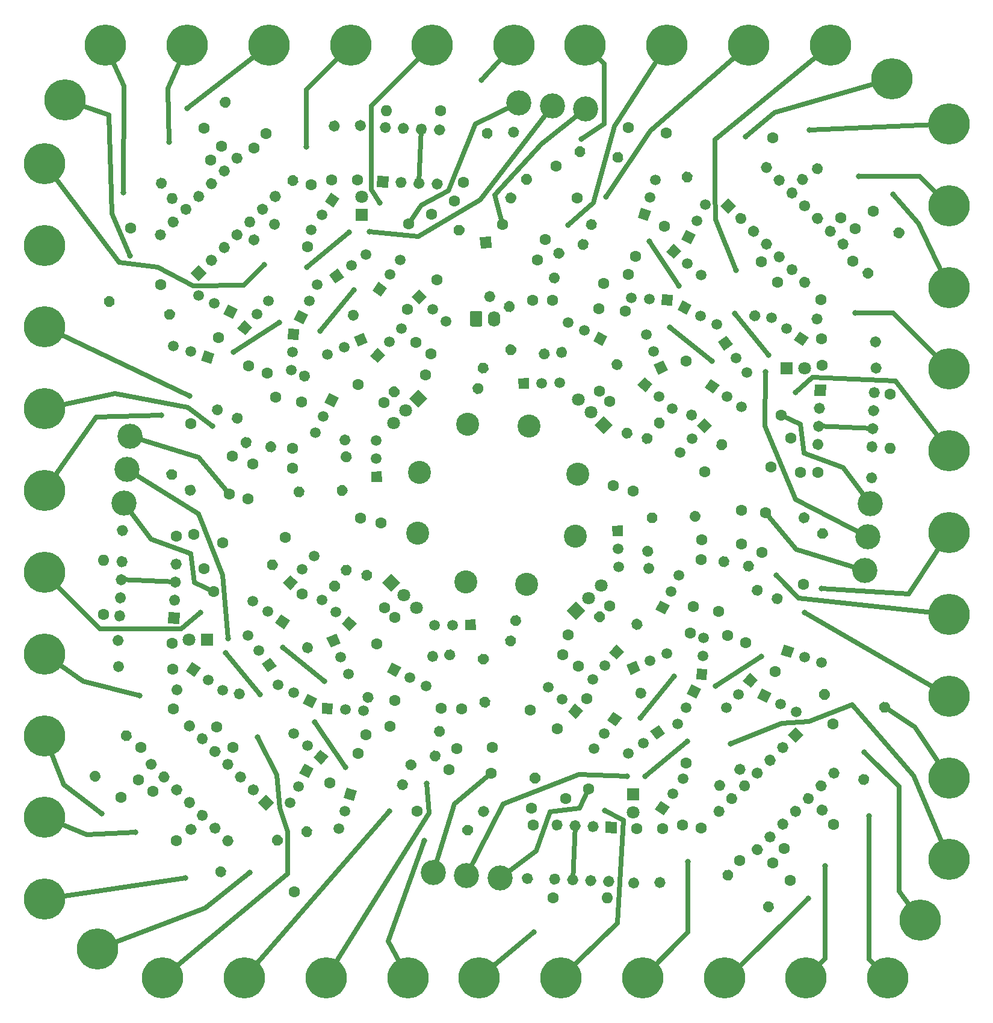
<source format=gbr>
%TF.GenerationSoftware,KiCad,Pcbnew,(5.1.7)-1*%
%TF.CreationDate,2021-05-19T11:47:01-05:00*%
%TF.ProjectId,FOURSES TARPTERGE,464f5552-5345-4532-9054-415250544552,rev?*%
%TF.SameCoordinates,Original*%
%TF.FileFunction,Copper,L2,Bot*%
%TF.FilePolarity,Positive*%
%FSLAX46Y46*%
G04 Gerber Fmt 4.6, Leading zero omitted, Abs format (unit mm)*
G04 Created by KiCad (PCBNEW (5.1.7)-1) date 2021-05-19 11:47:01*
%MOMM*%
%LPD*%
G01*
G04 APERTURE LIST*
%TA.AperFunction,ComponentPad*%
%ADD10O,1.600000X1.600000*%
%TD*%
%TA.AperFunction,ComponentPad*%
%ADD11C,1.600000*%
%TD*%
%TA.AperFunction,ComponentPad*%
%ADD12C,3.524001*%
%TD*%
%TA.AperFunction,ComponentPad*%
%ADD13C,5.800000*%
%TD*%
%TA.AperFunction,ComponentPad*%
%ADD14C,0.100000*%
%TD*%
%TA.AperFunction,ComponentPad*%
%ADD15C,3.240000*%
%TD*%
%TA.AperFunction,ComponentPad*%
%ADD16C,1.800000*%
%TD*%
%TA.AperFunction,ComponentPad*%
%ADD17C,1.500000*%
%TD*%
%TA.AperFunction,ComponentPad*%
%ADD18R,1.800000X1.800000*%
%TD*%
%TA.AperFunction,ComponentPad*%
%ADD19O,1.740000X2.190000*%
%TD*%
%TA.AperFunction,ViaPad*%
%ADD20C,0.800000*%
%TD*%
%TA.AperFunction,Conductor*%
%ADD21C,0.635000*%
%TD*%
G04 APERTURE END LIST*
D10*
%TO.P,REF\u002A\u002A,2*%
%TO.N,N/C*%
X457270000Y-64000000D03*
D11*
%TO.P,REF\u002A\u002A,1*%
X457270000Y-56380000D03*
%TD*%
%TO.P,REF\u002A\u002A,1*%
%TO.N,N/C*%
X396920000Y-100630000D03*
%TO.P,REF\u002A\u002A,2*%
%TA.AperFunction,ComponentPad*%
G36*
G01*
X399693944Y-94399620D02*
X399693944Y-94399620D01*
G75*
G02*
X399288497Y-93343395I325389J730836D01*
G01*
X399288497Y-93343395D01*
G75*
G02*
X400344722Y-92937948I730836J-325389D01*
G01*
X400344722Y-92937948D01*
G75*
G02*
X400750169Y-93994173I-325389J-730836D01*
G01*
X400750169Y-93994173D01*
G75*
G02*
X399693944Y-94399620I-730836J325389D01*
G01*
G37*
%TD.AperFunction*%
%TD*%
%TO.P,REF\u002A\u002A,2*%
%TO.N,N/C*%
%TA.AperFunction,ComponentPad*%
G36*
G01*
X392567101Y-106864210D02*
X392567101Y-106864210D01*
G75*
G02*
X393675760Y-106638651I667109J-441550D01*
G01*
X393675760Y-106638651D01*
G75*
G02*
X393901319Y-107747310I-441550J-667109D01*
G01*
X393901319Y-107747310D01*
G75*
G02*
X392792660Y-107972869I-667109J441550D01*
G01*
X392792660Y-107972869D01*
G75*
G02*
X392567101Y-106864210I441550J667109D01*
G01*
G37*
%TD.AperFunction*%
%TO.P,REF\u002A\u002A,1*%
X386880000Y-103100000D03*
%TD*%
%TO.P,REF\u002A\u002A,2*%
%TO.N,N/C*%
%TA.AperFunction,ComponentPad*%
G36*
G01*
X404077440Y-43395881D02*
X404077440Y-43395881D01*
G75*
G02*
X404351144Y-44493645I-412030J-685734D01*
G01*
X404351144Y-44493645D01*
G75*
G02*
X403253380Y-44767349I-685734J412030D01*
G01*
X403253380Y-44767349D01*
G75*
G02*
X402979676Y-43669585I412030J685734D01*
G01*
X402979676Y-43669585D01*
G75*
G02*
X404077440Y-43395881I685734J-412030D01*
G01*
G37*
%TD.AperFunction*%
%TO.P,REF\u002A\u002A,1*%
X407590000Y-37550000D03*
%TD*%
%TO.P,REF\u002A\u002A,1*%
%TO.N,N/C*%
X361630000Y-23480000D03*
%TO.P,REF\u002A\u002A,2*%
%TA.AperFunction,ComponentPad*%
G36*
G01*
X356807531Y-28302469D02*
X356807531Y-28302469D01*
G75*
G02*
X356807531Y-29433839I-565685J-565685D01*
G01*
X356807531Y-29433839D01*
G75*
G02*
X355676161Y-29433839I-565685J565685D01*
G01*
X355676161Y-29433839D01*
G75*
G02*
X355676161Y-28302469I565685J565685D01*
G01*
X355676161Y-28302469D01*
G75*
G02*
X356807531Y-28302469I565685J-565685D01*
G01*
G37*
%TD.AperFunction*%
%TD*%
%TO.P,REF\u002A\u002A,2*%
%TO.N,N/C*%
%TA.AperFunction,ComponentPad*%
G36*
G01*
X359407521Y-69408053D02*
X359407521Y-69408053D01*
G75*
G02*
X359299084Y-70534216I-617300J-508863D01*
G01*
X359299084Y-70534216D01*
G75*
G02*
X358172921Y-70425779I-508863J617300D01*
G01*
X358172921Y-70425779D01*
G75*
G02*
X358281358Y-69299616I617300J508863D01*
G01*
X358281358Y-69299616D01*
G75*
G02*
X359407521Y-69408053I508863J-617300D01*
G01*
G37*
%TD.AperFunction*%
%TO.P,REF\u002A\u002A,1*%
X364670000Y-65070000D03*
%TD*%
%TO.P,REF\u002A\u002A,2*%
%TO.N,N/C*%
%TA.AperFunction,ComponentPad*%
G36*
G01*
X397068104Y-117448414D02*
X397068104Y-117448414D01*
G75*
G02*
X398097608Y-116979242I749338J-280166D01*
G01*
X398097608Y-116979242D01*
G75*
G02*
X398566780Y-118008746I-280166J-749338D01*
G01*
X398566780Y-118008746D01*
G75*
G02*
X397537276Y-118477918I-749338J280166D01*
G01*
X397537276Y-118477918D01*
G75*
G02*
X397068104Y-117448414I280166J749338D01*
G01*
G37*
%TD.AperFunction*%
%TO.P,REF\u002A\u002A,1*%
X390680000Y-115060000D03*
%TD*%
%TO.P,REF\u002A\u002A,2*%
%TO.N,N/C*%
%TA.AperFunction,ComponentPad*%
G36*
G01*
X444512479Y-74291947D02*
X444512479Y-74291947D01*
G75*
G02*
X444620916Y-73165784I617300J508863D01*
G01*
X444620916Y-73165784D01*
G75*
G02*
X445747079Y-73274221I508863J-617300D01*
G01*
X445747079Y-73274221D01*
G75*
G02*
X445638642Y-74400384I-617300J-508863D01*
G01*
X445638642Y-74400384D01*
G75*
G02*
X444512479Y-74291947I-508863J617300D01*
G01*
G37*
%TD.AperFunction*%
%TO.P,REF\u002A\u002A,1*%
X439250000Y-78630000D03*
%TD*%
%TO.P,REF\u002A\u002A,2*%
%TO.N,N/C*%
%TA.AperFunction,ComponentPad*%
G36*
G01*
X375517744Y-117231019D02*
X375517744Y-117231019D01*
G75*
G02*
X375904695Y-118294160I-338095J-725046D01*
G01*
X375904695Y-118294160D01*
G75*
G02*
X374841554Y-118681111I-725046J338095D01*
G01*
X374841554Y-118681111D01*
G75*
G02*
X374454603Y-117617970I338095J725046D01*
G01*
X374454603Y-117617970D01*
G75*
G02*
X375517744Y-117231019I725046J-338095D01*
G01*
G37*
%TD.AperFunction*%
%TO.P,REF\u002A\u002A,1*%
X378400000Y-111050000D03*
%TD*%
%TO.P,REF\u002A\u002A,2*%
%TO.N,N/C*%
%TA.AperFunction,ComponentPad*%
G36*
G01*
X411292899Y-37005790D02*
X411292899Y-37005790D01*
G75*
G02*
X410184240Y-37231349I-667109J441550D01*
G01*
X410184240Y-37231349D01*
G75*
G02*
X409958681Y-36122690I441550J667109D01*
G01*
X409958681Y-36122690D01*
G75*
G02*
X411067340Y-35897131I667109J-441550D01*
G01*
X411067340Y-35897131D01*
G75*
G02*
X411292899Y-37005790I-441550J-667109D01*
G01*
G37*
%TD.AperFunction*%
%TO.P,REF\u002A\u002A,1*%
X416980000Y-40770000D03*
%TD*%
%TO.P,REF\u002A\u002A,1*%
%TO.N,N/C*%
X441100000Y-95420000D03*
%TO.P,REF\u002A\u002A,2*%
%TA.AperFunction,ComponentPad*%
G36*
G01*
X447281019Y-98302256D02*
X447281019Y-98302256D01*
G75*
G02*
X448344160Y-97915305I725046J-338095D01*
G01*
X448344160Y-97915305D01*
G75*
G02*
X448731111Y-98978446I-338095J-725046D01*
G01*
X448731111Y-98978446D01*
G75*
G02*
X447667970Y-99365397I-725046J338095D01*
G01*
X447667970Y-99365397D01*
G75*
G02*
X447281019Y-98302256I338095J725046D01*
G01*
G37*
%TD.AperFunction*%
%TD*%
%TO.P,REF\u002A\u002A,1*%
%TO.N,N/C*%
X420020000Y-44710000D03*
%TO.P,REF\u002A\u002A,2*%
%TA.AperFunction,ComponentPad*%
G36*
G01*
X418953117Y-51446034D02*
X418953117Y-51446034D01*
G75*
G02*
X419618120Y-52361333I-125148J-790151D01*
G01*
X419618120Y-52361333D01*
G75*
G02*
X418702821Y-53026336I-790151J125148D01*
G01*
X418702821Y-53026336D01*
G75*
G02*
X418037818Y-52111037I125148J790151D01*
G01*
X418037818Y-52111037D01*
G75*
G02*
X418953117Y-51446034I790151J-125148D01*
G01*
G37*
%TD.AperFunction*%
%TD*%
%TO.P,REF\u002A\u002A,2*%
%TO.N,N/C*%
X362057653Y-84147044D03*
%TO.P,REF\u002A\u002A,1*%
X360690094Y-80925277D03*
%TD*%
%TO.P,REF\u002A\u002A,2*%
%TO.N,N/C*%
%TA.AperFunction,ComponentPad*%
G36*
G01*
X370557109Y-63150541D02*
X370557109Y-63150541D01*
G75*
G02*
X370763285Y-64262967I-453125J-659301D01*
G01*
X370763285Y-64262967D01*
G75*
G02*
X369650859Y-64469143I-659301J453125D01*
G01*
X369650859Y-64469143D01*
G75*
G02*
X369444683Y-63356717I453125J659301D01*
G01*
X369444683Y-63356717D01*
G75*
G02*
X370557109Y-63150541I659301J-453125D01*
G01*
G37*
%TD.AperFunction*%
%TO.P,REF\u002A\u002A,1*%
X374420000Y-57530000D03*
%TD*%
%TO.P,REF\u002A\u002A,1*%
%TO.N,N/C*%
X420390000Y-39540000D03*
%TO.P,REF\u002A\u002A,2*%
%TA.AperFunction,ComponentPad*%
G36*
G01*
X414702899Y-35775790D02*
X414702899Y-35775790D01*
G75*
G02*
X413594240Y-36001349I-667109J441550D01*
G01*
X413594240Y-36001349D01*
G75*
G02*
X413368681Y-34892690I441550J667109D01*
G01*
X413368681Y-34892690D01*
G75*
G02*
X414477340Y-34667131I667109J-441550D01*
G01*
X414477340Y-34667131D01*
G75*
G02*
X414702899Y-35775790I-441550J-667109D01*
G01*
G37*
%TD.AperFunction*%
%TD*%
%TO.P,REF\u002A\u002A,1*%
%TO.N,N/C*%
X373210000Y-64030000D03*
%TO.P,REF\u002A\u002A,2*%
%TA.AperFunction,ComponentPad*%
G36*
G01*
X379946034Y-65096883D02*
X379946034Y-65096883D01*
G75*
G02*
X380861333Y-64431880I790151J-125148D01*
G01*
X380861333Y-64431880D01*
G75*
G02*
X381526336Y-65347179I-125148J-790151D01*
G01*
X381526336Y-65347179D01*
G75*
G02*
X380611037Y-66012182I-790151J125148D01*
G01*
X380611037Y-66012182D01*
G75*
G02*
X379946034Y-65096883I125148J790151D01*
G01*
G37*
%TD.AperFunction*%
%TD*%
%TO.P,REF\u002A\u002A,1*%
%TO.N,N/C*%
X436340000Y-77510000D03*
%TO.P,REF\u002A\u002A,2*%
%TA.AperFunction,ComponentPad*%
G36*
G01*
X430494119Y-73997440D02*
X430494119Y-73997440D01*
G75*
G02*
X429396355Y-74271144I-685734J412030D01*
G01*
X429396355Y-74271144D01*
G75*
G02*
X429122651Y-73173380I412030J685734D01*
G01*
X429122651Y-73173380D01*
G75*
G02*
X430220415Y-72899676I685734J-412030D01*
G01*
X430220415Y-72899676D01*
G75*
G02*
X430494119Y-73997440I-412030J-685734D01*
G01*
G37*
%TD.AperFunction*%
%TD*%
%TO.P,REF\u002A\u002A,2*%
%TO.N,N/C*%
%TA.AperFunction,ComponentPad*%
G36*
G01*
X422423966Y-88913117D02*
X422423966Y-88913117D01*
G75*
G02*
X421508667Y-89578120I-790151J125148D01*
G01*
X421508667Y-89578120D01*
G75*
G02*
X420843664Y-88662821I125148J790151D01*
G01*
X420843664Y-88662821D01*
G75*
G02*
X421758963Y-87997818I790151J-125148D01*
G01*
X421758963Y-87997818D01*
G75*
G02*
X422423966Y-88913117I-125148J-790151D01*
G01*
G37*
%TD.AperFunction*%
%TO.P,REF\u002A\u002A,1*%
X429160000Y-89980000D03*
%TD*%
%TO.P,REF\u002A\u002A,1*%
%TO.N,N/C*%
X395190000Y-109230000D03*
%TO.P,REF\u002A\u002A,2*%
%TA.AperFunction,ComponentPad*%
G36*
G01*
X399528053Y-114492479D02*
X399528053Y-114492479D01*
G75*
G02*
X400654216Y-114600916I508863J-617300D01*
G01*
X400654216Y-114600916D01*
G75*
G02*
X400545779Y-115727079I-617300J-508863D01*
G01*
X400545779Y-115727079D01*
G75*
G02*
X399419616Y-115618642I-508863J617300D01*
G01*
X399419616Y-115618642D01*
G75*
G02*
X399528053Y-114492479I617300J508863D01*
G01*
G37*
%TD.AperFunction*%
%TD*%
%TO.P,REF\u002A\u002A,1*%
%TO.N,N/C*%
X408720000Y-34660000D03*
%TO.P,REF\u002A\u002A,2*%
%TA.AperFunction,ComponentPad*%
G36*
G01*
X404381947Y-29397521D02*
X404381947Y-29397521D01*
G75*
G02*
X403255784Y-29289084I-508863J617300D01*
G01*
X403255784Y-29289084D01*
G75*
G02*
X403364221Y-28162921I617300J508863D01*
G01*
X403364221Y-28162921D01*
G75*
G02*
X404490384Y-28271358I508863J-617300D01*
G01*
X404490384Y-28271358D01*
G75*
G02*
X404381947Y-29397521I-617300J-508863D01*
G01*
G37*
%TD.AperFunction*%
%TD*%
%TO.P,REF\u002A\u002A,1*%
%TO.N,N/C*%
X406775000Y-114640000D03*
%TO.P,REF\u002A\u002A,2*%
X401114678Y-109719557D03*
%TD*%
%TO.P,REF\u002A\u002A,1*%
%TO.N,N/C*%
X436930000Y-91370000D03*
%TO.P,REF\u002A\u002A,2*%
%TA.AperFunction,ComponentPad*%
G36*
G01*
X440890395Y-85817732D02*
X440890395Y-85817732D01*
G75*
G02*
X440703665Y-84701878I464562J651292D01*
G01*
X440703665Y-84701878D01*
G75*
G02*
X441819519Y-84515148I651292J-464562D01*
G01*
X441819519Y-84515148D01*
G75*
G02*
X442006249Y-85631002I-464562J-651292D01*
G01*
X442006249Y-85631002D01*
G75*
G02*
X440890395Y-85817732I-651292J464562D01*
G01*
G37*
%TD.AperFunction*%
%TD*%
%TO.P,REF\u002A\u002A,2*%
%TO.N,N/C*%
%TA.AperFunction,ComponentPad*%
G36*
G01*
X433402891Y-80619459D02*
X433402891Y-80619459D01*
G75*
G02*
X433196715Y-79507033I453125J659301D01*
G01*
X433196715Y-79507033D01*
G75*
G02*
X434309141Y-79300857I659301J-453125D01*
G01*
X434309141Y-79300857D01*
G75*
G02*
X434515317Y-80413283I-453125J-659301D01*
G01*
X434515317Y-80413283D01*
G75*
G02*
X433402891Y-80619459I-659301J453125D01*
G01*
G37*
%TD.AperFunction*%
%TO.P,REF\u002A\u002A,1*%
X429540000Y-86240000D03*
%TD*%
%TO.P,REF\u002A\u002A,1*%
%TO.N,N/C*%
X441390000Y-40620000D03*
%TO.P,REF\u002A\u002A,2*%
%TA.AperFunction,ComponentPad*%
G36*
G01*
X446377832Y-45271229D02*
X446377832Y-45271229D01*
G75*
G02*
X447508514Y-45231745I585083J-545599D01*
G01*
X447508514Y-45231745D01*
G75*
G02*
X447547998Y-46362427I-545599J-585083D01*
G01*
X447547998Y-46362427D01*
G75*
G02*
X446417316Y-46401911I-585083J545599D01*
G01*
X446417316Y-46401911D01*
G75*
G02*
X446377832Y-45271229I545599J585083D01*
G01*
G37*
%TD.AperFunction*%
%TD*%
%TO.P,REF\u002A\u002A,1*%
%TO.N,N/C*%
X367030000Y-52400000D03*
%TO.P,REF\u002A\u002A,2*%
%TA.AperFunction,ComponentPad*%
G36*
G01*
X363069605Y-57952268D02*
X363069605Y-57952268D01*
G75*
G02*
X363256335Y-59068122I-464562J-651292D01*
G01*
X363256335Y-59068122D01*
G75*
G02*
X362140481Y-59254852I-651292J464562D01*
G01*
X362140481Y-59254852D01*
G75*
G02*
X361953751Y-58138998I464562J651292D01*
G01*
X361953751Y-58138998D01*
G75*
G02*
X363069605Y-57952268I651292J-464562D01*
G01*
G37*
%TD.AperFunction*%
%TD*%
%TO.P,REF\u002A\u002A,2*%
%TO.N,N/C*%
%TA.AperFunction,ComponentPad*%
G36*
G01*
X379410380Y-69613944D02*
X379410380Y-69613944D01*
G75*
G02*
X380466605Y-69208497I730836J-325389D01*
G01*
X380466605Y-69208497D01*
G75*
G02*
X380872052Y-70264722I-325389J-730836D01*
G01*
X380872052Y-70264722D01*
G75*
G02*
X379815827Y-70670169I-730836J325389D01*
G01*
X379815827Y-70670169D01*
G75*
G02*
X379410380Y-69613944I325389J730836D01*
G01*
G37*
%TD.AperFunction*%
%TO.P,REF\u002A\u002A,1*%
X373180000Y-66840000D03*
%TD*%
%TO.P,REF\u002A\u002A,1*%
%TO.N,N/C*%
X406970000Y-43180000D03*
%TO.P,REF\u002A\u002A,2*%
%TA.AperFunction,ComponentPad*%
G36*
G01*
X404196056Y-49410380D02*
X404196056Y-49410380D01*
G75*
G02*
X404601503Y-50466605I-325389J-730836D01*
G01*
X404601503Y-50466605D01*
G75*
G02*
X403545278Y-50872052I-730836J325389D01*
G01*
X403545278Y-50872052D01*
G75*
G02*
X403139831Y-49815827I325389J730836D01*
G01*
X403139831Y-49815827D01*
G75*
G02*
X404196056Y-49410380I730836J-325389D01*
G01*
G37*
%TD.AperFunction*%
%TD*%
%TO.P,REF\u002A\u002A,2*%
%TO.N,N/C*%
%TA.AperFunction,ComponentPad*%
G36*
G01*
X406841896Y-26441586D02*
X406841896Y-26441586D01*
G75*
G02*
X405812392Y-26910758I-749338J280166D01*
G01*
X405812392Y-26910758D01*
G75*
G02*
X405343220Y-25881254I280166J749338D01*
G01*
X405343220Y-25881254D01*
G75*
G02*
X406372724Y-25412082I749338J-280166D01*
G01*
X406372724Y-25412082D01*
G75*
G02*
X406841896Y-26441586I-280166J-749338D01*
G01*
G37*
%TD.AperFunction*%
%TO.P,REF\u002A\u002A,1*%
X413230000Y-28830000D03*
%TD*%
%TO.P,REF\u002A\u002A,2*%
%TO.N,N/C*%
%TA.AperFunction,ComponentPad*%
G36*
G01*
X438114210Y-84652899D02*
X438114210Y-84652899D01*
G75*
G02*
X437888651Y-83544240I441550J667109D01*
G01*
X437888651Y-83544240D01*
G75*
G02*
X438997310Y-83318681I667109J-441550D01*
G01*
X438997310Y-83318681D01*
G75*
G02*
X439222869Y-84427340I-441550J-667109D01*
G01*
X439222869Y-84427340D01*
G75*
G02*
X438114210Y-84652899I-667109J441550D01*
G01*
G37*
%TD.AperFunction*%
%TO.P,REF\u002A\u002A,1*%
X434350000Y-90340000D03*
%TD*%
%TO.P,REF\u002A\u002A,2*%
%TO.N,N/C*%
%TA.AperFunction,ComponentPad*%
G36*
G01*
X387992268Y-110870395D02*
X387992268Y-110870395D01*
G75*
G02*
X389108122Y-110683665I651292J-464562D01*
G01*
X389108122Y-110683665D01*
G75*
G02*
X389294852Y-111799519I-464562J-651292D01*
G01*
X389294852Y-111799519D01*
G75*
G02*
X388178998Y-111986249I-651292J464562D01*
G01*
X388178998Y-111986249D01*
G75*
G02*
X387992268Y-110870395I464562J651292D01*
G01*
G37*
%TD.AperFunction*%
%TO.P,REF\u002A\u002A,1*%
X382440000Y-106910000D03*
%TD*%
%TO.P,REF\u002A\u002A,1*%
%TO.N,N/C*%
X362490000Y-103190000D03*
%TO.P,REF\u002A\u002A,2*%
%TA.AperFunction,ComponentPad*%
G36*
G01*
X357502168Y-98538771D02*
X357502168Y-98538771D01*
G75*
G02*
X356371486Y-98578255I-585083J545599D01*
G01*
X356371486Y-98578255D01*
G75*
G02*
X356332002Y-97447573I545599J585083D01*
G01*
X356332002Y-97447573D01*
G75*
G02*
X357462684Y-97408089I585083J-545599D01*
G01*
X357462684Y-97408089D01*
G75*
G02*
X357502168Y-98538771I-545599J-585083D01*
G01*
G37*
%TD.AperFunction*%
%TD*%
%TO.P,REF\u002A\u002A,2*%
%TO.N,N/C*%
%TA.AperFunction,ComponentPad*%
G36*
G01*
X350484175Y-104048329D02*
X350484175Y-104048329D01*
G75*
G02*
X350181829Y-105138553I-696285J-393939D01*
G01*
X350181829Y-105138553D01*
G75*
G02*
X349091605Y-104836207I-393939J696285D01*
G01*
X349091605Y-104836207D01*
G75*
G02*
X349393951Y-103745983I696285J393939D01*
G01*
X349393951Y-103745983D01*
G75*
G02*
X350484175Y-104048329I393939J-696285D01*
G01*
G37*
%TD.AperFunction*%
%TO.P,REF\u002A\u002A,1*%
X356420000Y-100690000D03*
%TD*%
%TO.P,REF\u002A\u002A,2*%
%TO.N,N/C*%
%TA.AperFunction,ComponentPad*%
G36*
G01*
X428352256Y-26568981D02*
X428352256Y-26568981D01*
G75*
G02*
X427965305Y-25505840I338095J725046D01*
G01*
X427965305Y-25505840D01*
G75*
G02*
X429028446Y-25118889I725046J-338095D01*
G01*
X429028446Y-25118889D01*
G75*
G02*
X429415397Y-26182030I-338095J-725046D01*
G01*
X429415397Y-26182030D01*
G75*
G02*
X428352256Y-26568981I-725046J338095D01*
G01*
G37*
%TD.AperFunction*%
%TO.P,REF\u002A\u002A,1*%
X425470000Y-32750000D03*
%TD*%
%TO.P,REF\u002A\u002A,2*%
%TO.N,N/C*%
%TA.AperFunction,ComponentPad*%
G36*
G01*
X358332469Y-117062469D02*
X358332469Y-117062469D01*
G75*
G02*
X359463839Y-117062469I565685J-565685D01*
G01*
X359463839Y-117062469D01*
G75*
G02*
X359463839Y-118193839I-565685J-565685D01*
G01*
X359463839Y-118193839D01*
G75*
G02*
X358332469Y-118193839I-565685J565685D01*
G01*
X358332469Y-118193839D01*
G75*
G02*
X358332469Y-117062469I565685J565685D01*
G01*
G37*
%TD.AperFunction*%
%TO.P,REF\u002A\u002A,1*%
X353510000Y-112240000D03*
%TD*%
%TO.P,REF\u002A\u002A,1*%
%TO.N,N/C*%
X363360000Y-77310000D03*
%TO.P,REF\u002A\u002A,2*%
%TA.AperFunction,ComponentPad*%
G36*
G01*
X369590380Y-80083944D02*
X369590380Y-80083944D01*
G75*
G02*
X370646605Y-79678497I730836J-325389D01*
G01*
X370646605Y-79678497D01*
G75*
G02*
X371052052Y-80734722I-325389J-730836D01*
G01*
X371052052Y-80734722D01*
G75*
G02*
X369995827Y-81140169I-730836J325389D01*
G01*
X369995827Y-81140169D01*
G75*
G02*
X369590380Y-80083944I325389J730836D01*
G01*
G37*
%TD.AperFunction*%
%TD*%
%TO.P,REF\u002A\u002A,2*%
%TO.N,N/C*%
%TA.AperFunction,ComponentPad*%
G36*
G01*
X365845790Y-59117101D02*
X365845790Y-59117101D01*
G75*
G02*
X366071349Y-60225760I-441550J-667109D01*
G01*
X366071349Y-60225760D01*
G75*
G02*
X364962690Y-60451319I-667109J441550D01*
G01*
X364962690Y-60451319D01*
G75*
G02*
X364737131Y-59342660I441550J667109D01*
G01*
X364737131Y-59342660D01*
G75*
G02*
X365845790Y-59117101I667109J-441550D01*
G01*
G37*
%TD.AperFunction*%
%TO.P,REF\u002A\u002A,1*%
X369610000Y-53430000D03*
%TD*%
%TO.P,REF\u002A\u002A,1*%
%TO.N,N/C*%
X383470000Y-104330000D03*
%TO.P,REF\u002A\u002A,2*%
%TA.AperFunction,ComponentPad*%
G36*
G01*
X389157101Y-108094210D02*
X389157101Y-108094210D01*
G75*
G02*
X390265760Y-107868651I667109J-441550D01*
G01*
X390265760Y-107868651D01*
G75*
G02*
X390491319Y-108977310I-441550J-667109D01*
G01*
X390491319Y-108977310D01*
G75*
G02*
X389382660Y-109202869I-667109J441550D01*
G01*
X389382660Y-109202869D01*
G75*
G02*
X389157101Y-108094210I441550J667109D01*
G01*
G37*
%TD.AperFunction*%
%TD*%
%TO.P,REF\u002A\u002A,2*%
%TO.N,N/C*%
%TA.AperFunction,ComponentPad*%
G36*
G01*
X415867732Y-32999605D02*
X415867732Y-32999605D01*
G75*
G02*
X414751878Y-33186335I-651292J464562D01*
G01*
X414751878Y-33186335D01*
G75*
G02*
X414565148Y-32070481I464562J651292D01*
G01*
X414565148Y-32070481D01*
G75*
G02*
X415681002Y-31883751I651292J-464562D01*
G01*
X415681002Y-31883751D01*
G75*
G02*
X415867732Y-32999605I-464562J-651292D01*
G01*
G37*
%TD.AperFunction*%
%TO.P,REF\u002A\u002A,1*%
X421420000Y-36960000D03*
%TD*%
%TO.P,REF\u002A\u002A,1*%
%TO.N,N/C*%
X367550000Y-66220000D03*
%TO.P,REF\u002A\u002A,2*%
%TA.AperFunction,ComponentPad*%
G36*
G01*
X373395881Y-69732560D02*
X373395881Y-69732560D01*
G75*
G02*
X374493645Y-69458856I685734J-412030D01*
G01*
X374493645Y-69458856D01*
G75*
G02*
X374767349Y-70556620I-412030J-685734D01*
G01*
X374767349Y-70556620D01*
G75*
G02*
X373669585Y-70830324I-685734J412030D01*
G01*
X373669585Y-70830324D01*
G75*
G02*
X373395881Y-69732560I412030J685734D01*
G01*
G37*
%TD.AperFunction*%
%TD*%
%TO.P,REF\u002A\u002A,2*%
%TO.N,N/C*%
%TA.AperFunction,ComponentPad*%
G36*
G01*
X453435825Y-39771671D02*
X453435825Y-39771671D01*
G75*
G02*
X453738171Y-38681447I696285J393939D01*
G01*
X453738171Y-38681447D01*
G75*
G02*
X454828395Y-38983793I393939J-696285D01*
G01*
X454828395Y-38983793D01*
G75*
G02*
X454526049Y-40074017I-696285J-393939D01*
G01*
X454526049Y-40074017D01*
G75*
G02*
X453435825Y-39771671I-393939J696285D01*
G01*
G37*
%TD.AperFunction*%
%TO.P,REF\u002A\u002A,1*%
X447500000Y-43130000D03*
%TD*%
%TO.P,REF\u002A\u002A,2*%
%TO.N,N/C*%
%TA.AperFunction,ComponentPad*%
G36*
G01*
X445487531Y-26757531D02*
X445487531Y-26757531D01*
G75*
G02*
X444356161Y-26757531I-565685J565685D01*
G01*
X444356161Y-26757531D01*
G75*
G02*
X444356161Y-25626161I565685J565685D01*
G01*
X444356161Y-25626161D01*
G75*
G02*
X445487531Y-25626161I565685J-565685D01*
G01*
X445487531Y-25626161D01*
G75*
G02*
X445487531Y-26757531I-565685J-565685D01*
G01*
G37*
%TD.AperFunction*%
%TO.P,REF\u002A\u002A,1*%
X450310000Y-31580000D03*
%TD*%
%TO.P,REF\u002A\u002A,1*%
%TO.N,N/C*%
X362790000Y-48400000D03*
%TO.P,REF\u002A\u002A,2*%
%TA.AperFunction,ComponentPad*%
G36*
G01*
X356608981Y-45517744D02*
X356608981Y-45517744D01*
G75*
G02*
X355545840Y-45904695I-725046J338095D01*
G01*
X355545840Y-45904695D01*
G75*
G02*
X355158889Y-44841554I338095J725046D01*
G01*
X355158889Y-44841554D01*
G75*
G02*
X356222030Y-44454603I725046J-338095D01*
G01*
X356222030Y-44454603D01*
G75*
G02*
X356608981Y-45517744I-338095J-725046D01*
G01*
G37*
%TD.AperFunction*%
%TD*%
%TO.P,REF\u002A\u002A,1*%
%TO.N,N/C*%
X370840000Y-56840000D03*
%TO.P,REF\u002A\u002A,2*%
%TA.AperFunction,ComponentPad*%
G36*
G01*
X367075790Y-62527101D02*
X367075790Y-62527101D01*
G75*
G02*
X367301349Y-63635760I-441550J-667109D01*
G01*
X367301349Y-63635760D01*
G75*
G02*
X366192690Y-63861319I-667109J441550D01*
G01*
X366192690Y-63861319D01*
G75*
G02*
X365967131Y-62752660I441550J667109D01*
G01*
X365967131Y-62752660D01*
G75*
G02*
X367075790Y-62527101I667109J-441550D01*
G01*
G37*
%TD.AperFunction*%
%TD*%
%TO.P,REF\u002A\u002A,1*%
%TO.N,N/C*%
X416290000Y-44350000D03*
%TO.P,REF\u002A\u002A,2*%
%TA.AperFunction,ComponentPad*%
G36*
G01*
X410669459Y-40487109D02*
X410669459Y-40487109D01*
G75*
G02*
X409557033Y-40693285I-659301J453125D01*
G01*
X409557033Y-40693285D01*
G75*
G02*
X409350857Y-39580859I453125J659301D01*
G01*
X409350857Y-39580859D01*
G75*
G02*
X410463283Y-39374683I659301J-453125D01*
G01*
X410463283Y-39374683D01*
G75*
G02*
X410669459Y-40487109I-453125J-659301D01*
G01*
G37*
%TD.AperFunction*%
%TD*%
D12*
%TO.P,REF\u002A\u002A,1*%
%TO.N,N/C*%
X349465455Y-71696119D03*
%TO.P,REF\u002A\u002A,2*%
X349875000Y-67015000D03*
%TO.P,REF\u002A\u002A,3*%
X350284545Y-62333881D03*
%TD*%
D13*
%TO.P,REF\u002A\u002A,*%
%TO.N,*%
X338250000Y-127450000D03*
%TD*%
%TO.P,REF\u002A\u002A,*%
%TO.N,*%
X338250000Y-46950000D03*
%TD*%
D11*
%TO.P,REF\u002A\u002A,1*%
%TO.N,N/C*%
X443259906Y-62579723D03*
%TO.P,REF\u002A\u002A,2*%
X441892347Y-59357956D03*
%TD*%
D13*
%TO.P,REF\u002A\u002A,*%
%TO.N,*%
X338250000Y-81450000D03*
%TD*%
%TO.P,REF\u002A\u002A,*%
%TO.N,*%
X377920000Y-138540000D03*
%TD*%
%TO.P,REF\u002A\u002A,*%
%TO.N,*%
X341140000Y-15010000D03*
%TD*%
%TO.P,REF\u002A\u002A,*%
%TO.N,*%
X338250000Y-23950000D03*
%TD*%
D11*
%TO.P,REF\u002A\u002A,1*%
%TO.N,N/C*%
X359325000Y-76115000D03*
%TO.P,REF\u002A\u002A,2*%
X364245443Y-70454678D03*
%TD*%
D13*
%TO.P,REF\u002A\u002A,*%
%TO.N,*%
X338250000Y-35450000D03*
%TD*%
D11*
%TO.P,REF\u002A\u002A,1*%
%TO.N,N/C*%
X387570000Y-99520000D03*
%TO.P,REF\u002A\u002A,2*%
%TA.AperFunction,ComponentPad*%
G36*
G01*
X393190541Y-103382891D02*
X393190541Y-103382891D01*
G75*
G02*
X394302967Y-103176715I659301J-453125D01*
G01*
X394302967Y-103176715D01*
G75*
G02*
X394509143Y-104289141I-453125J-659301D01*
G01*
X394509143Y-104289141D01*
G75*
G02*
X393396717Y-104495317I-659301J453125D01*
G01*
X393396717Y-104495317D01*
G75*
G02*
X393190541Y-103382891I453125J659301D01*
G01*
G37*
%TD.AperFunction*%
%TD*%
%TO.P,REF\u002A\u002A,1*%
%TO.N,N/C*%
X433120000Y-86930000D03*
%TO.P,REF\u002A\u002A,2*%
%TA.AperFunction,ComponentPad*%
G36*
G01*
X436884210Y-81242899D02*
X436884210Y-81242899D01*
G75*
G02*
X436658651Y-80134240I441550J667109D01*
G01*
X436658651Y-80134240D01*
G75*
G02*
X437767310Y-79908681I667109J-441550D01*
G01*
X437767310Y-79908681D01*
G75*
G02*
X437992869Y-81017340I-441550J-667109D01*
G01*
X437992869Y-81017340D01*
G75*
G02*
X436884210Y-81242899I-667109J441550D01*
G01*
G37*
%TD.AperFunction*%
%TD*%
D12*
%TO.P,REF\u002A\u002A,3*%
%TO.N,N/C*%
X453665455Y-81171119D03*
%TO.P,REF\u002A\u002A,2*%
X454075000Y-76490000D03*
%TO.P,REF\u002A\u002A,1*%
X454484545Y-71808881D03*
%TD*%
D13*
%TO.P,REF\u002A\u002A,*%
%TO.N,*%
X338250000Y-69950000D03*
%TD*%
%TO.P,REF\u002A\u002A,*%
%TO.N,*%
X338250000Y-92950000D03*
%TD*%
%TO.P,REF\u002A\u002A,*%
%TO.N,*%
X338250000Y-115950000D03*
%TD*%
%TO.P,REF\u002A\u002A,*%
%TO.N,*%
X354920000Y-138540000D03*
%TD*%
%TO.P,REF\u002A\u002A,*%
%TO.N,*%
X410920000Y-138540000D03*
%TD*%
%TO.P,REF\u002A\u002A,*%
%TO.N,*%
X346850000Y-7270000D03*
%TD*%
%TO.P,REF\u002A\u002A,*%
%TO.N,*%
X465520000Y-52870000D03*
%TD*%
%TO.P,REF\u002A\u002A,*%
%TO.N,*%
X338250000Y-104450000D03*
%TD*%
%TO.P,REF\u002A\u002A,*%
%TO.N,*%
X461440000Y-130370000D03*
%TD*%
D11*
%TO.P,REF\u002A\u002A,2*%
%TO.N,N/C*%
X439704557Y-73050322D03*
%TO.P,REF\u002A\u002A,1*%
X444625000Y-67390000D03*
%TD*%
D13*
%TO.P,REF\u002A\u002A,*%
%TO.N,*%
X392850000Y-7270000D03*
%TD*%
D11*
%TO.P,REF\u002A\u002A,1*%
%TO.N,N/C*%
X369470000Y-19700000D03*
%TO.P,REF\u002A\u002A,2*%
%TA.AperFunction,ComponentPad*%
G36*
G01*
X372828329Y-25635825D02*
X372828329Y-25635825D01*
G75*
G02*
X373918553Y-25938171I393939J-696285D01*
G01*
X373918553Y-25938171D01*
G75*
G02*
X373616207Y-27028395I-696285J-393939D01*
G01*
X373616207Y-27028395D01*
G75*
G02*
X372525983Y-26726049I-393939J696285D01*
G01*
X372525983Y-26726049D01*
G75*
G02*
X372828329Y-25635825I696285J393939D01*
G01*
G37*
%TD.AperFunction*%
%TD*%
D13*
%TO.P,REF\u002A\u002A,*%
%TO.N,*%
X465520000Y-121870000D03*
%TD*%
%TO.P,REF\u002A\u002A,*%
%TO.N,*%
X338250000Y-58450000D03*
%TD*%
%TO.P,REF\u002A\u002A,*%
%TO.N,*%
X399420000Y-138540000D03*
%TD*%
%TO.P,REF\u002A\u002A,*%
%TO.N,*%
X465520000Y-18370000D03*
%TD*%
%TO.P,REF\u002A\u002A,*%
%TO.N,*%
X437350000Y-7270000D03*
%TD*%
%TO.P,REF\u002A\u002A,2*%
%TO.N,N/C*%
%TA.AperFunction,ComponentPad*%
G36*
G01*
X396263944Y-34039620D02*
X396263944Y-34039620D01*
G75*
G02*
X395858497Y-32983395I325389J730836D01*
G01*
X395858497Y-32983395D01*
G75*
G02*
X396914722Y-32577948I730836J-325389D01*
G01*
X396914722Y-32577948D01*
G75*
G02*
X397320169Y-33634173I-325389J-730836D01*
G01*
X397320169Y-33634173D01*
G75*
G02*
X396263944Y-34039620I-730836J325389D01*
G01*
G37*
%TD.AperFunction*%
D11*
%TO.P,REF\u002A\u002A,1*%
X393490000Y-40270000D03*
%TD*%
%TO.P,REF\u002A\u002A,1*%
%TO.N,N/C*%
X440520000Y-66600000D03*
%TO.P,REF\u002A\u002A,2*%
%TA.AperFunction,ComponentPad*%
G36*
G01*
X434289620Y-63826056D02*
X434289620Y-63826056D01*
G75*
G02*
X433233395Y-64231503I-730836J325389D01*
G01*
X433233395Y-64231503D01*
G75*
G02*
X432827948Y-63175278I325389J730836D01*
G01*
X432827948Y-63175278D01*
G75*
G02*
X433884173Y-62769831I730836J-325389D01*
G01*
X433884173Y-62769831D01*
G75*
G02*
X434289620Y-63826056I-325389J-730836D01*
G01*
G37*
%TD.AperFunction*%
%TD*%
D13*
%TO.P,REF\u002A\u002A,*%
%TO.N,*%
X366420000Y-138540000D03*
%TD*%
%TO.P,REF\u002A\u002A,*%
%TO.N,*%
X358350000Y-7270000D03*
%TD*%
%TO.P,REF\u002A\u002A,*%
%TO.N,*%
X465520000Y-64370000D03*
%TD*%
%TO.P,REF\u002A\u002A,*%
%TO.N,*%
X433920000Y-138540000D03*
%TD*%
%TO.P,REF\u002A\u002A,*%
%TO.N,*%
X445420000Y-138540000D03*
%TD*%
%TO.P,REF\u002A\u002A,*%
%TO.N,*%
X414350000Y-7270000D03*
%TD*%
%TO.P,REF\u002A\u002A,*%
%TO.N,*%
X389420000Y-138540000D03*
%TD*%
%TO.P,REF\u002A\u002A,*%
%TO.N,*%
X345760000Y-134420000D03*
%TD*%
%TO.P,REF\u002A\u002A,*%
%TO.N,*%
X465520000Y-75870000D03*
%TD*%
%TO.P,REF\u002A\u002A,*%
%TO.N,*%
X448850000Y-7270000D03*
%TD*%
%TO.P,REF\u002A\u002A,*%
%TO.N,*%
X465520000Y-110370000D03*
%TD*%
%TO.P,REF\u002A\u002A,*%
%TO.N,*%
X404350000Y-7270000D03*
%TD*%
%TO.P,REF\u002A\u002A,*%
%TO.N,*%
X369850000Y-7270000D03*
%TD*%
%TO.P,REF\u002A\u002A,*%
%TO.N,*%
X465520000Y-87370000D03*
%TD*%
%TO.P,REF\u002A\u002A,*%
%TO.N,*%
X425850000Y-7270000D03*
%TD*%
%TO.P,REF\u002A\u002A,*%
%TO.N,*%
X465520000Y-29870000D03*
%TD*%
%TO.P,REF\u002A\u002A,*%
%TO.N,*%
X422420000Y-138540000D03*
%TD*%
%TO.P,REF\u002A\u002A,*%
%TO.N,*%
X456920000Y-138540000D03*
%TD*%
%TO.P,REF\u002A\u002A,*%
%TO.N,*%
X465520000Y-41370000D03*
%TD*%
%TO.P,REF\u002A\u002A,*%
%TO.N,*%
X381350000Y-7270000D03*
%TD*%
%TO.P,REF\u002A\u002A,*%
%TO.N,*%
X465520000Y-98870000D03*
%TD*%
%TO.P,REF\u002A\u002A,*%
%TO.N,*%
X457520000Y-12050000D03*
%TD*%
%TO.P,REF\u002A\u002A,8*%
%TO.N,N/C*%
%TA.AperFunction,ComponentPad*%
G36*
G01*
X417702516Y-124143508D02*
X417702516Y-124143508D01*
G75*
G02*
X418466859Y-124977643I-34896J-799239D01*
G01*
X418466859Y-124977643D01*
G75*
G02*
X417632724Y-125741986I-799239J34896D01*
G01*
X417632724Y-125741986D01*
G75*
G02*
X416868381Y-124907851I34896J799239D01*
G01*
X416868381Y-124907851D01*
G75*
G02*
X417702516Y-124143508I799239J-34896D01*
G01*
G37*
%TD.AperFunction*%
%TO.P,REF\u002A\u002A,4*%
%TA.AperFunction,ComponentPad*%
G36*
G01*
X410422149Y-116198381D02*
X410422149Y-116198381D01*
G75*
G02*
X411186492Y-117032516I-34896J-799239D01*
G01*
X411186492Y-117032516D01*
G75*
G02*
X410352357Y-117796859I-799239J34896D01*
G01*
X410352357Y-117796859D01*
G75*
G02*
X409588014Y-116962724I34896J799239D01*
G01*
X409588014Y-116962724D01*
G75*
G02*
X410422149Y-116198381I799239J-34896D01*
G01*
G37*
%TD.AperFunction*%
%TO.P,REF\u002A\u002A,7*%
%TA.AperFunction,ComponentPad*%
G36*
G01*
X415164934Y-124032715D02*
X415164934Y-124032715D01*
G75*
G02*
X415929277Y-124866850I-34896J-799239D01*
G01*
X415929277Y-124866850D01*
G75*
G02*
X415095142Y-125631193I-799239J34896D01*
G01*
X415095142Y-125631193D01*
G75*
G02*
X414330799Y-124797058I34896J799239D01*
G01*
X414330799Y-124797058D01*
G75*
G02*
X415164934Y-124032715I799239J-34896D01*
G01*
G37*
%TD.AperFunction*%
%TO.P,REF\u002A\u002A,3*%
%TA.AperFunction,ComponentPad*%
G36*
G01*
X412959731Y-116309175D02*
X412959731Y-116309175D01*
G75*
G02*
X413724074Y-117143310I-34896J-799239D01*
G01*
X413724074Y-117143310D01*
G75*
G02*
X412889939Y-117907653I-799239J34896D01*
G01*
X412889939Y-117907653D01*
G75*
G02*
X412125596Y-117073518I34896J799239D01*
G01*
X412125596Y-117073518D01*
G75*
G02*
X412959731Y-116309175I799239J-34896D01*
G01*
G37*
%TD.AperFunction*%
%TO.P,REF\u002A\u002A,6*%
%TA.AperFunction,ComponentPad*%
G36*
G01*
X412627351Y-123921922D02*
X412627351Y-123921922D01*
G75*
G02*
X413391694Y-124756057I-34896J-799239D01*
G01*
X413391694Y-124756057D01*
G75*
G02*
X412557559Y-125520400I-799239J34896D01*
G01*
X412557559Y-125520400D01*
G75*
G02*
X411793216Y-124686265I34896J799239D01*
G01*
X411793216Y-124686265D01*
G75*
G02*
X412627351Y-123921922I799239J-34896D01*
G01*
G37*
%TD.AperFunction*%
%TO.P,REF\u002A\u002A,2*%
%TA.AperFunction,ComponentPad*%
G36*
G01*
X415497314Y-116419968D02*
X415497314Y-116419968D01*
G75*
G02*
X416261657Y-117254103I-34896J-799239D01*
G01*
X416261657Y-117254103D01*
G75*
G02*
X415427522Y-118018446I-799239J34896D01*
G01*
X415427522Y-118018446D01*
G75*
G02*
X414663179Y-117184311I34896J799239D01*
G01*
X414663179Y-117184311D01*
G75*
G02*
X415497314Y-116419968I799239J-34896D01*
G01*
G37*
%TD.AperFunction*%
%TO.P,REF\u002A\u002A,5*%
%TA.AperFunction,ComponentPad*%
G36*
G01*
X410089769Y-123811129D02*
X410089769Y-123811129D01*
G75*
G02*
X410854112Y-124645264I-34896J-799239D01*
G01*
X410854112Y-124645264D01*
G75*
G02*
X410019977Y-125409607I-799239J34896D01*
G01*
X410019977Y-125409607D01*
G75*
G02*
X409255634Y-124575472I34896J799239D01*
G01*
X409255634Y-124575472D01*
G75*
G02*
X410089769Y-123811129I799239J-34896D01*
G01*
G37*
%TD.AperFunction*%
%TA.AperFunction,ComponentPad*%
D14*
%TO.P,REF\u002A\u002A,1*%
G36*
X417235657Y-116495866D02*
G01*
X418834134Y-116565657D01*
X418764343Y-118164134D01*
X417165866Y-118094343D01*
X417235657Y-116495866D01*
G37*
%TD.AperFunction*%
%TD*%
D15*
%TO.P,REF\u002A\u002A,*%
%TO.N,*%
X413263045Y-67629646D03*
X406474820Y-60841421D03*
D16*
%TO.P,REF\u002A\u002A,3*%
%TO.N,N/C*%
X413404466Y-57164466D03*
%TO.P,REF\u002A\u002A,2*%
X415172233Y-58932233D03*
%TA.AperFunction,ComponentPad*%
D14*
%TO.P,REF\u002A\u002A,1*%
G36*
X415667208Y-60700000D02*
G01*
X416940000Y-59427208D01*
X418212792Y-60700000D01*
X416940000Y-61972792D01*
X415667208Y-60700000D01*
G37*
%TD.AperFunction*%
%TD*%
%TA.AperFunction,ComponentPad*%
%TO.P,REF\u002A\u002A,1*%
%TO.N,N/C*%
G36*
X386664343Y-27324134D02*
G01*
X385065866Y-27254343D01*
X385135657Y-25655866D01*
X386734134Y-25725657D01*
X386664343Y-27324134D01*
G37*
%TD.AperFunction*%
%TO.P,REF\u002A\u002A,5*%
%TA.AperFunction,ComponentPad*%
G36*
G01*
X393810231Y-20008871D02*
X393810231Y-20008871D01*
G75*
G02*
X393045888Y-19174736I34896J799239D01*
G01*
X393045888Y-19174736D01*
G75*
G02*
X393880023Y-18410393I799239J-34896D01*
G01*
X393880023Y-18410393D01*
G75*
G02*
X394644366Y-19244528I-34896J-799239D01*
G01*
X394644366Y-19244528D01*
G75*
G02*
X393810231Y-20008871I-799239J34896D01*
G01*
G37*
%TD.AperFunction*%
%TO.P,REF\u002A\u002A,2*%
%TA.AperFunction,ComponentPad*%
G36*
G01*
X388402686Y-27400032D02*
X388402686Y-27400032D01*
G75*
G02*
X387638343Y-26565897I34896J799239D01*
G01*
X387638343Y-26565897D01*
G75*
G02*
X388472478Y-25801554I799239J-34896D01*
G01*
X388472478Y-25801554D01*
G75*
G02*
X389236821Y-26635689I-34896J-799239D01*
G01*
X389236821Y-26635689D01*
G75*
G02*
X388402686Y-27400032I-799239J34896D01*
G01*
G37*
%TD.AperFunction*%
%TO.P,REF\u002A\u002A,6*%
%TA.AperFunction,ComponentPad*%
G36*
G01*
X391272649Y-19898078D02*
X391272649Y-19898078D01*
G75*
G02*
X390508306Y-19063943I34896J799239D01*
G01*
X390508306Y-19063943D01*
G75*
G02*
X391342441Y-18299600I799239J-34896D01*
G01*
X391342441Y-18299600D01*
G75*
G02*
X392106784Y-19133735I-34896J-799239D01*
G01*
X392106784Y-19133735D01*
G75*
G02*
X391272649Y-19898078I-799239J34896D01*
G01*
G37*
%TD.AperFunction*%
%TO.P,REF\u002A\u002A,3*%
%TA.AperFunction,ComponentPad*%
G36*
G01*
X390940269Y-27510825D02*
X390940269Y-27510825D01*
G75*
G02*
X390175926Y-26676690I34896J799239D01*
G01*
X390175926Y-26676690D01*
G75*
G02*
X391010061Y-25912347I799239J-34896D01*
G01*
X391010061Y-25912347D01*
G75*
G02*
X391774404Y-26746482I-34896J-799239D01*
G01*
X391774404Y-26746482D01*
G75*
G02*
X390940269Y-27510825I-799239J34896D01*
G01*
G37*
%TD.AperFunction*%
%TO.P,REF\u002A\u002A,7*%
%TA.AperFunction,ComponentPad*%
G36*
G01*
X388735066Y-19787285D02*
X388735066Y-19787285D01*
G75*
G02*
X387970723Y-18953150I34896J799239D01*
G01*
X387970723Y-18953150D01*
G75*
G02*
X388804858Y-18188807I799239J-34896D01*
G01*
X388804858Y-18188807D01*
G75*
G02*
X389569201Y-19022942I-34896J-799239D01*
G01*
X389569201Y-19022942D01*
G75*
G02*
X388735066Y-19787285I-799239J34896D01*
G01*
G37*
%TD.AperFunction*%
%TO.P,REF\u002A\u002A,4*%
%TA.AperFunction,ComponentPad*%
G36*
G01*
X393477851Y-27621619D02*
X393477851Y-27621619D01*
G75*
G02*
X392713508Y-26787484I34896J799239D01*
G01*
X392713508Y-26787484D01*
G75*
G02*
X393547643Y-26023141I799239J-34896D01*
G01*
X393547643Y-26023141D01*
G75*
G02*
X394311986Y-26857276I-34896J-799239D01*
G01*
X394311986Y-26857276D01*
G75*
G02*
X393477851Y-27621619I-799239J34896D01*
G01*
G37*
%TD.AperFunction*%
%TO.P,REF\u002A\u002A,8*%
%TA.AperFunction,ComponentPad*%
G36*
G01*
X386197484Y-19676492D02*
X386197484Y-19676492D01*
G75*
G02*
X385433141Y-18842357I34896J799239D01*
G01*
X385433141Y-18842357D01*
G75*
G02*
X386267276Y-18078014I799239J-34896D01*
G01*
X386267276Y-18078014D01*
G75*
G02*
X387031619Y-18912149I-34896J-799239D01*
G01*
X387031619Y-18912149D01*
G75*
G02*
X386197484Y-19676492I-799239J34896D01*
G01*
G37*
%TD.AperFunction*%
%TD*%
%TO.P,REF\u002A\u002A,8*%
%TO.N,N/C*%
%TA.AperFunction,ComponentPad*%
G36*
G01*
X454223508Y-56137484D02*
X454223508Y-56137484D01*
G75*
G02*
X455057643Y-55373141I799239J-34896D01*
G01*
X455057643Y-55373141D01*
G75*
G02*
X455821986Y-56207276I-34896J-799239D01*
G01*
X455821986Y-56207276D01*
G75*
G02*
X454987851Y-56971619I-799239J34896D01*
G01*
X454987851Y-56971619D01*
G75*
G02*
X454223508Y-56137484I34896J799239D01*
G01*
G37*
%TD.AperFunction*%
%TO.P,REF\u002A\u002A,4*%
%TA.AperFunction,ComponentPad*%
G36*
G01*
X446278381Y-63417851D02*
X446278381Y-63417851D01*
G75*
G02*
X447112516Y-62653508I799239J-34896D01*
G01*
X447112516Y-62653508D01*
G75*
G02*
X447876859Y-63487643I-34896J-799239D01*
G01*
X447876859Y-63487643D01*
G75*
G02*
X447042724Y-64251986I-799239J34896D01*
G01*
X447042724Y-64251986D01*
G75*
G02*
X446278381Y-63417851I34896J799239D01*
G01*
G37*
%TD.AperFunction*%
%TO.P,REF\u002A\u002A,7*%
%TA.AperFunction,ComponentPad*%
G36*
G01*
X454112715Y-58675066D02*
X454112715Y-58675066D01*
G75*
G02*
X454946850Y-57910723I799239J-34896D01*
G01*
X454946850Y-57910723D01*
G75*
G02*
X455711193Y-58744858I-34896J-799239D01*
G01*
X455711193Y-58744858D01*
G75*
G02*
X454877058Y-59509201I-799239J34896D01*
G01*
X454877058Y-59509201D01*
G75*
G02*
X454112715Y-58675066I34896J799239D01*
G01*
G37*
%TD.AperFunction*%
%TO.P,REF\u002A\u002A,3*%
%TA.AperFunction,ComponentPad*%
G36*
G01*
X446389175Y-60880269D02*
X446389175Y-60880269D01*
G75*
G02*
X447223310Y-60115926I799239J-34896D01*
G01*
X447223310Y-60115926D01*
G75*
G02*
X447987653Y-60950061I-34896J-799239D01*
G01*
X447987653Y-60950061D01*
G75*
G02*
X447153518Y-61714404I-799239J34896D01*
G01*
X447153518Y-61714404D01*
G75*
G02*
X446389175Y-60880269I34896J799239D01*
G01*
G37*
%TD.AperFunction*%
%TO.P,REF\u002A\u002A,6*%
%TA.AperFunction,ComponentPad*%
G36*
G01*
X454001922Y-61212649D02*
X454001922Y-61212649D01*
G75*
G02*
X454836057Y-60448306I799239J-34896D01*
G01*
X454836057Y-60448306D01*
G75*
G02*
X455600400Y-61282441I-34896J-799239D01*
G01*
X455600400Y-61282441D01*
G75*
G02*
X454766265Y-62046784I-799239J34896D01*
G01*
X454766265Y-62046784D01*
G75*
G02*
X454001922Y-61212649I34896J799239D01*
G01*
G37*
%TD.AperFunction*%
%TO.P,REF\u002A\u002A,2*%
%TA.AperFunction,ComponentPad*%
G36*
G01*
X446499968Y-58342686D02*
X446499968Y-58342686D01*
G75*
G02*
X447334103Y-57578343I799239J-34896D01*
G01*
X447334103Y-57578343D01*
G75*
G02*
X448098446Y-58412478I-34896J-799239D01*
G01*
X448098446Y-58412478D01*
G75*
G02*
X447264311Y-59176821I-799239J34896D01*
G01*
X447264311Y-59176821D01*
G75*
G02*
X446499968Y-58342686I34896J799239D01*
G01*
G37*
%TD.AperFunction*%
%TO.P,REF\u002A\u002A,5*%
%TA.AperFunction,ComponentPad*%
G36*
G01*
X453891129Y-63750231D02*
X453891129Y-63750231D01*
G75*
G02*
X454725264Y-62985888I799239J-34896D01*
G01*
X454725264Y-62985888D01*
G75*
G02*
X455489607Y-63820023I-34896J-799239D01*
G01*
X455489607Y-63820023D01*
G75*
G02*
X454655472Y-64584366I-799239J34896D01*
G01*
X454655472Y-64584366D01*
G75*
G02*
X453891129Y-63750231I34896J799239D01*
G01*
G37*
%TD.AperFunction*%
%TA.AperFunction,ComponentPad*%
%TO.P,REF\u002A\u002A,1*%
G36*
X446575866Y-56604343D02*
G01*
X446645657Y-55005866D01*
X448244134Y-55075657D01*
X448174343Y-56674134D01*
X446575866Y-56604343D01*
G37*
%TD.AperFunction*%
%TD*%
%TA.AperFunction,ComponentPad*%
%TO.P,REF\u002A\u002A,1*%
%TO.N,N/C*%
G36*
X442818629Y-104320000D02*
G01*
X443950000Y-103188629D01*
X445081371Y-104320000D01*
X443950000Y-105451371D01*
X442818629Y-104320000D01*
G37*
%TD.AperFunction*%
%TO.P,REF\u002A\u002A,8*%
%TA.AperFunction,ComponentPad*%
G36*
G01*
X437996161Y-119918776D02*
X437996161Y-119918776D01*
G75*
G02*
X439127531Y-119918776I565685J-565685D01*
G01*
X439127531Y-119918776D01*
G75*
G02*
X439127531Y-121050146I-565685J-565685D01*
G01*
X439127531Y-121050146D01*
G75*
G02*
X437996161Y-121050146I-565685J565685D01*
G01*
X437996161Y-121050146D01*
G75*
G02*
X437996161Y-119918776I565685J565685D01*
G01*
G37*
%TD.AperFunction*%
%TO.P,REF\u002A\u002A,2*%
%TA.AperFunction,ComponentPad*%
G36*
G01*
X441588264Y-105550366D02*
X441588264Y-105550366D01*
G75*
G02*
X442719634Y-105550366I565685J-565685D01*
G01*
X442719634Y-105550366D01*
G75*
G02*
X442719634Y-106681736I-565685J-565685D01*
G01*
X442719634Y-106681736D01*
G75*
G02*
X441588264Y-106681736I-565685J565685D01*
G01*
X441588264Y-106681736D01*
G75*
G02*
X441588264Y-105550366I565685J565685D01*
G01*
G37*
%TD.AperFunction*%
%TO.P,REF\u002A\u002A,9*%
%TA.AperFunction,ComponentPad*%
G36*
G01*
X439792213Y-118122725D02*
X439792213Y-118122725D01*
G75*
G02*
X440923583Y-118122725I565685J-565685D01*
G01*
X440923583Y-118122725D01*
G75*
G02*
X440923583Y-119254095I-565685J-565685D01*
G01*
X440923583Y-119254095D01*
G75*
G02*
X439792213Y-119254095I-565685J565685D01*
G01*
X439792213Y-119254095D01*
G75*
G02*
X439792213Y-118122725I565685J565685D01*
G01*
G37*
%TD.AperFunction*%
%TO.P,REF\u002A\u002A,3*%
%TA.AperFunction,ComponentPad*%
G36*
G01*
X439792213Y-107346417D02*
X439792213Y-107346417D01*
G75*
G02*
X440923583Y-107346417I565685J-565685D01*
G01*
X440923583Y-107346417D01*
G75*
G02*
X440923583Y-108477787I-565685J-565685D01*
G01*
X440923583Y-108477787D01*
G75*
G02*
X439792213Y-108477787I-565685J565685D01*
G01*
X439792213Y-108477787D01*
G75*
G02*
X439792213Y-107346417I565685J565685D01*
G01*
G37*
%TD.AperFunction*%
%TO.P,REF\u002A\u002A,10*%
%TA.AperFunction,ComponentPad*%
G36*
G01*
X441588264Y-116326674D02*
X441588264Y-116326674D01*
G75*
G02*
X442719634Y-116326674I565685J-565685D01*
G01*
X442719634Y-116326674D01*
G75*
G02*
X442719634Y-117458044I-565685J-565685D01*
G01*
X442719634Y-117458044D01*
G75*
G02*
X441588264Y-117458044I-565685J565685D01*
G01*
X441588264Y-117458044D01*
G75*
G02*
X441588264Y-116326674I565685J565685D01*
G01*
G37*
%TD.AperFunction*%
%TO.P,REF\u002A\u002A,4*%
%TA.AperFunction,ComponentPad*%
G36*
G01*
X437996161Y-109142469D02*
X437996161Y-109142469D01*
G75*
G02*
X439127531Y-109142469I565685J-565685D01*
G01*
X439127531Y-109142469D01*
G75*
G02*
X439127531Y-110273839I-565685J-565685D01*
G01*
X439127531Y-110273839D01*
G75*
G02*
X437996161Y-110273839I-565685J565685D01*
G01*
X437996161Y-110273839D01*
G75*
G02*
X437996161Y-109142469I565685J565685D01*
G01*
G37*
%TD.AperFunction*%
%TO.P,REF\u002A\u002A,11*%
%TA.AperFunction,ComponentPad*%
G36*
G01*
X443384315Y-114530622D02*
X443384315Y-114530622D01*
G75*
G02*
X444515685Y-114530622I565685J-565685D01*
G01*
X444515685Y-114530622D01*
G75*
G02*
X444515685Y-115661992I-565685J-565685D01*
G01*
X444515685Y-115661992D01*
G75*
G02*
X443384315Y-115661992I-565685J565685D01*
G01*
X443384315Y-115661992D01*
G75*
G02*
X443384315Y-114530622I565685J565685D01*
G01*
G37*
%TD.AperFunction*%
%TO.P,REF\u002A\u002A,5*%
%TA.AperFunction,ComponentPad*%
G36*
G01*
X436200110Y-110938520D02*
X436200110Y-110938520D01*
G75*
G02*
X437331480Y-110938520I565685J-565685D01*
G01*
X437331480Y-110938520D01*
G75*
G02*
X437331480Y-112069890I-565685J-565685D01*
G01*
X437331480Y-112069890D01*
G75*
G02*
X436200110Y-112069890I-565685J565685D01*
G01*
X436200110Y-112069890D01*
G75*
G02*
X436200110Y-110938520I565685J565685D01*
G01*
G37*
%TD.AperFunction*%
%TO.P,REF\u002A\u002A,12*%
%TA.AperFunction,ComponentPad*%
G36*
G01*
X445180366Y-112734571D02*
X445180366Y-112734571D01*
G75*
G02*
X446311736Y-112734571I565685J-565685D01*
G01*
X446311736Y-112734571D01*
G75*
G02*
X446311736Y-113865941I-565685J-565685D01*
G01*
X446311736Y-113865941D01*
G75*
G02*
X445180366Y-113865941I-565685J565685D01*
G01*
X445180366Y-113865941D01*
G75*
G02*
X445180366Y-112734571I565685J565685D01*
G01*
G37*
%TD.AperFunction*%
%TO.P,REF\u002A\u002A,6*%
%TA.AperFunction,ComponentPad*%
G36*
G01*
X434404059Y-112734571D02*
X434404059Y-112734571D01*
G75*
G02*
X435535429Y-112734571I565685J-565685D01*
G01*
X435535429Y-112734571D01*
G75*
G02*
X435535429Y-113865941I-565685J-565685D01*
G01*
X435535429Y-113865941D01*
G75*
G02*
X434404059Y-113865941I-565685J565685D01*
G01*
X434404059Y-113865941D01*
G75*
G02*
X434404059Y-112734571I565685J565685D01*
G01*
G37*
%TD.AperFunction*%
%TO.P,REF\u002A\u002A,13*%
%TA.AperFunction,ComponentPad*%
G36*
G01*
X446976417Y-110938520D02*
X446976417Y-110938520D01*
G75*
G02*
X448107787Y-110938520I565685J-565685D01*
G01*
X448107787Y-110938520D01*
G75*
G02*
X448107787Y-112069890I-565685J-565685D01*
G01*
X448107787Y-112069890D01*
G75*
G02*
X446976417Y-112069890I-565685J565685D01*
G01*
X446976417Y-112069890D01*
G75*
G02*
X446976417Y-110938520I565685J565685D01*
G01*
G37*
%TD.AperFunction*%
%TO.P,REF\u002A\u002A,7*%
%TA.AperFunction,ComponentPad*%
G36*
G01*
X432608008Y-114530622D02*
X432608008Y-114530622D01*
G75*
G02*
X433739378Y-114530622I565685J-565685D01*
G01*
X433739378Y-114530622D01*
G75*
G02*
X433739378Y-115661992I-565685J-565685D01*
G01*
X433739378Y-115661992D01*
G75*
G02*
X432608008Y-115661992I-565685J565685D01*
G01*
X432608008Y-115661992D01*
G75*
G02*
X432608008Y-114530622I565685J565685D01*
G01*
G37*
%TD.AperFunction*%
%TO.P,REF\u002A\u002A,14*%
%TA.AperFunction,ComponentPad*%
G36*
G01*
X448772469Y-109142469D02*
X448772469Y-109142469D01*
G75*
G02*
X449903839Y-109142469I565685J-565685D01*
G01*
X449903839Y-109142469D01*
G75*
G02*
X449903839Y-110273839I-565685J-565685D01*
G01*
X449903839Y-110273839D01*
G75*
G02*
X448772469Y-110273839I-565685J565685D01*
G01*
X448772469Y-110273839D01*
G75*
G02*
X448772469Y-109142469I565685J565685D01*
G01*
G37*
%TD.AperFunction*%
%TD*%
%TO.P,REF\u002A\u002A,14*%
%TO.N,N/C*%
%TA.AperFunction,ComponentPad*%
G36*
G01*
X439282469Y-25067531D02*
X439282469Y-25067531D01*
G75*
G02*
X439282469Y-23936161I565685J565685D01*
G01*
X439282469Y-23936161D01*
G75*
G02*
X440413839Y-23936161I565685J-565685D01*
G01*
X440413839Y-23936161D01*
G75*
G02*
X440413839Y-25067531I-565685J-565685D01*
G01*
X440413839Y-25067531D01*
G75*
G02*
X439282469Y-25067531I-565685J565685D01*
G01*
G37*
%TD.AperFunction*%
%TO.P,REF\u002A\u002A,7*%
%TA.AperFunction,ComponentPad*%
G36*
G01*
X444670622Y-41231992D02*
X444670622Y-41231992D01*
G75*
G02*
X444670622Y-40100622I565685J565685D01*
G01*
X444670622Y-40100622D01*
G75*
G02*
X445801992Y-40100622I565685J-565685D01*
G01*
X445801992Y-40100622D01*
G75*
G02*
X445801992Y-41231992I-565685J-565685D01*
G01*
X445801992Y-41231992D01*
G75*
G02*
X444670622Y-41231992I-565685J565685D01*
G01*
G37*
%TD.AperFunction*%
%TO.P,REF\u002A\u002A,13*%
%TA.AperFunction,ComponentPad*%
G36*
G01*
X441078520Y-26863583D02*
X441078520Y-26863583D01*
G75*
G02*
X441078520Y-25732213I565685J565685D01*
G01*
X441078520Y-25732213D01*
G75*
G02*
X442209890Y-25732213I565685J-565685D01*
G01*
X442209890Y-25732213D01*
G75*
G02*
X442209890Y-26863583I-565685J-565685D01*
G01*
X442209890Y-26863583D01*
G75*
G02*
X441078520Y-26863583I-565685J565685D01*
G01*
G37*
%TD.AperFunction*%
%TO.P,REF\u002A\u002A,6*%
%TA.AperFunction,ComponentPad*%
G36*
G01*
X442874571Y-39435941D02*
X442874571Y-39435941D01*
G75*
G02*
X442874571Y-38304571I565685J565685D01*
G01*
X442874571Y-38304571D01*
G75*
G02*
X444005941Y-38304571I565685J-565685D01*
G01*
X444005941Y-38304571D01*
G75*
G02*
X444005941Y-39435941I-565685J-565685D01*
G01*
X444005941Y-39435941D01*
G75*
G02*
X442874571Y-39435941I-565685J565685D01*
G01*
G37*
%TD.AperFunction*%
%TO.P,REF\u002A\u002A,12*%
%TA.AperFunction,ComponentPad*%
G36*
G01*
X442874571Y-28659634D02*
X442874571Y-28659634D01*
G75*
G02*
X442874571Y-27528264I565685J565685D01*
G01*
X442874571Y-27528264D01*
G75*
G02*
X444005941Y-27528264I565685J-565685D01*
G01*
X444005941Y-27528264D01*
G75*
G02*
X444005941Y-28659634I-565685J-565685D01*
G01*
X444005941Y-28659634D01*
G75*
G02*
X442874571Y-28659634I-565685J565685D01*
G01*
G37*
%TD.AperFunction*%
%TO.P,REF\u002A\u002A,5*%
%TA.AperFunction,ComponentPad*%
G36*
G01*
X441078520Y-37639890D02*
X441078520Y-37639890D01*
G75*
G02*
X441078520Y-36508520I565685J565685D01*
G01*
X441078520Y-36508520D01*
G75*
G02*
X442209890Y-36508520I565685J-565685D01*
G01*
X442209890Y-36508520D01*
G75*
G02*
X442209890Y-37639890I-565685J-565685D01*
G01*
X442209890Y-37639890D01*
G75*
G02*
X441078520Y-37639890I-565685J565685D01*
G01*
G37*
%TD.AperFunction*%
%TO.P,REF\u002A\u002A,11*%
%TA.AperFunction,ComponentPad*%
G36*
G01*
X444670622Y-30455685D02*
X444670622Y-30455685D01*
G75*
G02*
X444670622Y-29324315I565685J565685D01*
G01*
X444670622Y-29324315D01*
G75*
G02*
X445801992Y-29324315I565685J-565685D01*
G01*
X445801992Y-29324315D01*
G75*
G02*
X445801992Y-30455685I-565685J-565685D01*
G01*
X445801992Y-30455685D01*
G75*
G02*
X444670622Y-30455685I-565685J565685D01*
G01*
G37*
%TD.AperFunction*%
%TO.P,REF\u002A\u002A,4*%
%TA.AperFunction,ComponentPad*%
G36*
G01*
X439282469Y-35843839D02*
X439282469Y-35843839D01*
G75*
G02*
X439282469Y-34712469I565685J565685D01*
G01*
X439282469Y-34712469D01*
G75*
G02*
X440413839Y-34712469I565685J-565685D01*
G01*
X440413839Y-34712469D01*
G75*
G02*
X440413839Y-35843839I-565685J-565685D01*
G01*
X440413839Y-35843839D01*
G75*
G02*
X439282469Y-35843839I-565685J565685D01*
G01*
G37*
%TD.AperFunction*%
%TO.P,REF\u002A\u002A,10*%
%TA.AperFunction,ComponentPad*%
G36*
G01*
X446466674Y-32251736D02*
X446466674Y-32251736D01*
G75*
G02*
X446466674Y-31120366I565685J565685D01*
G01*
X446466674Y-31120366D01*
G75*
G02*
X447598044Y-31120366I565685J-565685D01*
G01*
X447598044Y-31120366D01*
G75*
G02*
X447598044Y-32251736I-565685J-565685D01*
G01*
X447598044Y-32251736D01*
G75*
G02*
X446466674Y-32251736I-565685J565685D01*
G01*
G37*
%TD.AperFunction*%
%TO.P,REF\u002A\u002A,3*%
%TA.AperFunction,ComponentPad*%
G36*
G01*
X437486417Y-34047787D02*
X437486417Y-34047787D01*
G75*
G02*
X437486417Y-32916417I565685J565685D01*
G01*
X437486417Y-32916417D01*
G75*
G02*
X438617787Y-32916417I565685J-565685D01*
G01*
X438617787Y-32916417D01*
G75*
G02*
X438617787Y-34047787I-565685J-565685D01*
G01*
X438617787Y-34047787D01*
G75*
G02*
X437486417Y-34047787I-565685J565685D01*
G01*
G37*
%TD.AperFunction*%
%TO.P,REF\u002A\u002A,9*%
%TA.AperFunction,ComponentPad*%
G36*
G01*
X448262725Y-34047787D02*
X448262725Y-34047787D01*
G75*
G02*
X448262725Y-32916417I565685J565685D01*
G01*
X448262725Y-32916417D01*
G75*
G02*
X449394095Y-32916417I565685J-565685D01*
G01*
X449394095Y-32916417D01*
G75*
G02*
X449394095Y-34047787I-565685J-565685D01*
G01*
X449394095Y-34047787D01*
G75*
G02*
X448262725Y-34047787I-565685J565685D01*
G01*
G37*
%TD.AperFunction*%
%TO.P,REF\u002A\u002A,2*%
%TA.AperFunction,ComponentPad*%
G36*
G01*
X435690366Y-32251736D02*
X435690366Y-32251736D01*
G75*
G02*
X435690366Y-31120366I565685J565685D01*
G01*
X435690366Y-31120366D01*
G75*
G02*
X436821736Y-31120366I565685J-565685D01*
G01*
X436821736Y-31120366D01*
G75*
G02*
X436821736Y-32251736I-565685J-565685D01*
G01*
X436821736Y-32251736D01*
G75*
G02*
X435690366Y-32251736I-565685J565685D01*
G01*
G37*
%TD.AperFunction*%
%TO.P,REF\u002A\u002A,8*%
%TA.AperFunction,ComponentPad*%
G36*
G01*
X450058776Y-35843839D02*
X450058776Y-35843839D01*
G75*
G02*
X450058776Y-34712469I565685J565685D01*
G01*
X450058776Y-34712469D01*
G75*
G02*
X451190146Y-34712469I565685J-565685D01*
G01*
X451190146Y-34712469D01*
G75*
G02*
X451190146Y-35843839I-565685J-565685D01*
G01*
X451190146Y-35843839D01*
G75*
G02*
X450058776Y-35843839I-565685J565685D01*
G01*
G37*
%TD.AperFunction*%
%TA.AperFunction,ComponentPad*%
%TO.P,REF\u002A\u002A,1*%
G36*
X434460000Y-31021371D02*
G01*
X433328629Y-29890000D01*
X434460000Y-28758629D01*
X435591371Y-29890000D01*
X434460000Y-31021371D01*
G37*
%TD.AperFunction*%
%TD*%
%TA.AperFunction,ComponentPad*%
%TO.P,REF\u002A\u002A,1*%
%TO.N,N/C*%
G36*
X388342792Y-82920000D02*
G01*
X387070000Y-84192792D01*
X385797208Y-82920000D01*
X387070000Y-81647208D01*
X388342792Y-82920000D01*
G37*
%TD.AperFunction*%
D16*
%TO.P,REF\u002A\u002A,2*%
X388837767Y-84687767D03*
%TO.P,REF\u002A\u002A,3*%
X390605534Y-86455534D03*
D15*
%TO.P,REF\u002A\u002A,*%
%TO.N,*%
X397535180Y-82778579D03*
X390746955Y-75990354D03*
%TD*%
D12*
%TO.P,REF\u002A\u002A,3*%
%TO.N,N/C*%
X414406119Y-16224545D03*
%TO.P,REF\u002A\u002A,2*%
X409725000Y-15815000D03*
%TO.P,REF\u002A\u002A,1*%
X405043881Y-15405455D03*
%TD*%
%TO.P,REF\u002A\u002A,2*%
%TO.N,N/C*%
%TA.AperFunction,ComponentPad*%
G36*
G01*
X362416617Y-123131791D02*
X362416617Y-123131791D01*
G75*
G02*
X363530800Y-122935330I655322J-458861D01*
G01*
X363530800Y-122935330D01*
G75*
G02*
X363727261Y-124049513I-458861J-655322D01*
G01*
X363727261Y-124049513D01*
G75*
G02*
X362613078Y-124245974I-655322J458861D01*
G01*
X362613078Y-124245974D01*
G75*
G02*
X362416617Y-123131791I458861J655322D01*
G01*
G37*
%TD.AperFunction*%
D11*
%TO.P,REF\u002A\u002A,1*%
X356830000Y-119220000D03*
%TD*%
%TO.P,REF\u002A\u002A,1*%
%TO.N,N/C*%
X440770000Y-20300000D03*
%TO.P,REF\u002A\u002A,2*%
%TA.AperFunction,ComponentPad*%
G36*
G01*
X446356617Y-24211791D02*
X446356617Y-24211791D01*
G75*
G02*
X447470800Y-24015330I655322J-458861D01*
G01*
X447470800Y-24015330D01*
G75*
G02*
X447667261Y-25129513I-458861J-655322D01*
G01*
X447667261Y-25129513D01*
G75*
G02*
X446553078Y-25325974I-655322J458861D01*
G01*
X446553078Y-25325974D01*
G75*
G02*
X446356617Y-24211791I458861J655322D01*
G01*
G37*
%TD.AperFunction*%
%TD*%
%TO.P,REF\u002A\u002A,1*%
%TO.N,N/C*%
X351860000Y-106110000D03*
%TO.P,REF\u002A\u002A,2*%
%TA.AperFunction,ComponentPad*%
G36*
G01*
X346076312Y-109724050D02*
X346076312Y-109724050D01*
G75*
G02*
X345821809Y-110826423I-678438J-423935D01*
G01*
X345821809Y-110826423D01*
G75*
G02*
X344719436Y-110571920I-423935J678438D01*
G01*
X344719436Y-110571920D01*
G75*
G02*
X344973939Y-109469547I678438J423935D01*
G01*
X344973939Y-109469547D01*
G75*
G02*
X346076312Y-109724050I423935J-678438D01*
G01*
G37*
%TD.AperFunction*%
%TD*%
%TO.P,REF\u002A\u002A,1*%
%TO.N,N/C*%
X373410000Y-126420000D03*
%TO.P,REF\u002A\u002A,2*%
%TA.AperFunction,ComponentPad*%
G36*
G01*
X371302505Y-119933794D02*
X371302505Y-119933794D01*
G75*
G02*
X370294446Y-119420163I-247214J760845D01*
G01*
X370294446Y-119420163D01*
G75*
G02*
X370808077Y-118412104I760845J247214D01*
G01*
X370808077Y-118412104D01*
G75*
G02*
X371816136Y-118925735I247214J-760845D01*
G01*
X371816136Y-118925735D01*
G75*
G02*
X371302505Y-119933794I-760845J-247214D01*
G01*
G37*
%TD.AperFunction*%
%TD*%
%TO.P,REF\u002A\u002A,2*%
%TO.N,N/C*%
%TA.AperFunction,ComponentPad*%
G36*
G01*
X368550835Y-34778851D02*
X368550835Y-34778851D01*
G75*
G02*
X367659303Y-35475393I-794037J97495D01*
G01*
X367659303Y-35475393D01*
G75*
G02*
X366962761Y-34583861I97495J794037D01*
G01*
X366962761Y-34583861D01*
G75*
G02*
X367854293Y-33887319I794037J-97495D01*
G01*
X367854293Y-33887319D01*
G75*
G02*
X368550835Y-34778851I-97495J-794037D01*
G01*
G37*
%TD.AperFunction*%
%TO.P,REF\u002A\u002A,1*%
X375320000Y-35610000D03*
%TD*%
%TO.P,REF\u002A\u002A,2*%
%TO.N,N/C*%
X402706690Y-32501705D03*
%TO.P,REF\u002A\u002A,1*%
X395965735Y-29213921D03*
%TD*%
%TO.P,REF\u002A\u002A,1*%
%TO.N,N/C*%
X397230000Y-26550000D03*
%TO.P,REF\u002A\u002A,2*%
%TA.AperFunction,ComponentPad*%
G36*
G01*
X400219691Y-20420224D02*
X400219691Y-20420224D01*
G75*
G02*
X399851353Y-19350492I350697J719035D01*
G01*
X399851353Y-19350492D01*
G75*
G02*
X400921085Y-18982154I719035J-350697D01*
G01*
X400921085Y-18982154D01*
G75*
G02*
X401289423Y-20051886I-350697J-719035D01*
G01*
X401289423Y-20051886D01*
G75*
G02*
X400219691Y-20420224I-719035J350697D01*
G01*
G37*
%TD.AperFunction*%
%TD*%
%TO.P,REF\u002A\u002A,1*%
%TO.N,N/C*%
X364760000Y-106120000D03*
%TO.P,REF\u002A\u002A,2*%
%TA.AperFunction,ComponentPad*%
G36*
G01*
X365591149Y-99350835D02*
X365591149Y-99350835D01*
G75*
G02*
X364894607Y-98459303I97495J794037D01*
G01*
X364894607Y-98459303D01*
G75*
G02*
X365786139Y-97762761I794037J-97495D01*
G01*
X365786139Y-97762761D01*
G75*
G02*
X366482681Y-98654293I-97495J-794037D01*
G01*
X366482681Y-98654293D01*
G75*
G02*
X365591149Y-99350835I-794037J97495D01*
G01*
G37*
%TD.AperFunction*%
%TD*%
%TO.P,REF\u002A\u002A,1*%
%TO.N,N/C*%
X440772628Y-122322131D03*
%TO.P,REF\u002A\u002A,2*%
X443225811Y-124818508D03*
%TD*%
%TO.P,REF\u002A\u002A,2*%
%TO.N,N/C*%
%TA.AperFunction,ComponentPad*%
G36*
G01*
X350047361Y-75667116D02*
X350047361Y-75667116D01*
G75*
G02*
X349168120Y-76379111I-795618J83623D01*
G01*
X349168120Y-76379111D01*
G75*
G02*
X348456125Y-75499870I83623J795618D01*
G01*
X348456125Y-75499870D01*
G75*
G02*
X349335366Y-74787875I795618J-83623D01*
G01*
X349335366Y-74787875D01*
G75*
G02*
X350047361Y-75667116I-83623J-795618D01*
G01*
G37*
%TD.AperFunction*%
%TO.P,REF\u002A\u002A,1*%
X356830000Y-76380000D03*
%TD*%
%TO.P,REF\u002A\u002A,2*%
%TO.N,N/C*%
%TA.AperFunction,ComponentPad*%
G36*
G01*
X429232884Y-58532639D02*
X429232884Y-58532639D01*
G75*
G02*
X430112125Y-59244634I83623J-795618D01*
G01*
X430112125Y-59244634D01*
G75*
G02*
X429400130Y-60123875I-795618J-83623D01*
G01*
X429400130Y-60123875D01*
G75*
G02*
X428520889Y-59411880I-83623J795618D01*
G01*
X428520889Y-59411880D01*
G75*
G02*
X429232884Y-58532639I795618J83623D01*
G01*
G37*
%TD.AperFunction*%
%TO.P,REF\u002A\u002A,1*%
X428520000Y-51750000D03*
%TD*%
%TO.P,REF\u002A\u002A,2*%
%TO.N,N/C*%
%TA.AperFunction,ComponentPad*%
G36*
G01*
X349499347Y-94753069D02*
X349499347Y-94753069D01*
G75*
G02*
X348658574Y-95510104I-798904J41869D01*
G01*
X348658574Y-95510104D01*
G75*
G02*
X347901539Y-94669331I41869J798904D01*
G01*
X347901539Y-94669331D01*
G75*
G02*
X348742312Y-93912296I798904J-41869D01*
G01*
X348742312Y-93912296D01*
G75*
G02*
X349499347Y-94753069I-41869J-798904D01*
G01*
G37*
%TD.AperFunction*%
%TO.P,REF\u002A\u002A,1*%
X356310000Y-95110000D03*
%TD*%
%TO.P,REF\u002A\u002A,1*%
%TO.N,N/C*%
X417780000Y-57400000D03*
%TO.P,REF\u002A\u002A,2*%
%TA.AperFunction,ComponentPad*%
G36*
G01*
X424034350Y-60119469D02*
X424034350Y-60119469D01*
G75*
G02*
X425086997Y-59704820I733648J-318999D01*
G01*
X425086997Y-59704820D01*
G75*
G02*
X425501646Y-60757467I-318999J-733648D01*
G01*
X425501646Y-60757467D01*
G75*
G02*
X424448999Y-61172116I-733648J318999D01*
G01*
X424448999Y-61172116D01*
G75*
G02*
X424034350Y-60119469I318999J733648D01*
G01*
G37*
%TD.AperFunction*%
%TD*%
%TO.P,REF\u002A\u002A,2*%
%TO.N,N/C*%
%TA.AperFunction,ComponentPad*%
G36*
G01*
X435329165Y-109081149D02*
X435329165Y-109081149D01*
G75*
G02*
X436220697Y-108384607I794037J-97495D01*
G01*
X436220697Y-108384607D01*
G75*
G02*
X436917239Y-109276139I-97495J-794037D01*
G01*
X436917239Y-109276139D01*
G75*
G02*
X436025707Y-109972681I-794037J97495D01*
G01*
X436025707Y-109972681D01*
G75*
G02*
X435329165Y-109081149I97495J794037D01*
G01*
G37*
%TD.AperFunction*%
%TO.P,REF\u002A\u002A,1*%
X428560000Y-108250000D03*
%TD*%
%TO.P,REF\u002A\u002A,2*%
%TO.N,N/C*%
%TA.AperFunction,ComponentPad*%
G36*
G01*
X416069469Y-88445650D02*
X416069469Y-88445650D01*
G75*
G02*
X415654820Y-87393003I318999J733648D01*
G01*
X415654820Y-87393003D01*
G75*
G02*
X416707467Y-86978354I733648J-318999D01*
G01*
X416707467Y-86978354D01*
G75*
G02*
X417122116Y-88031001I-318999J-733648D01*
G01*
X417122116Y-88031001D01*
G75*
G02*
X416069469Y-88445650I-733648J318999D01*
G01*
G37*
%TD.AperFunction*%
%TO.P,REF\u002A\u002A,1*%
X413350000Y-94700000D03*
%TD*%
D15*
%TO.P,REF\u002A\u002A,*%
%TO.N,*%
X397819646Y-60626955D03*
X391031421Y-67415180D03*
D16*
%TO.P,REF\u002A\u002A,3*%
%TO.N,N/C*%
X387354466Y-60485534D03*
%TO.P,REF\u002A\u002A,2*%
X389122233Y-58717767D03*
%TA.AperFunction,ComponentPad*%
D14*
%TO.P,REF\u002A\u002A,1*%
G36*
X390890000Y-58222792D02*
G01*
X389617208Y-56950000D01*
X390890000Y-55677208D01*
X392162792Y-56950000D01*
X390890000Y-58222792D01*
G37*
%TD.AperFunction*%
%TD*%
D11*
%TO.P,REF\u002A\u002A,1*%
%TO.N,N/C*%
X439150000Y-37790000D03*
%TO.P,REF\u002A\u002A,2*%
%TA.AperFunction,ComponentPad*%
G36*
G01*
X438318851Y-44559165D02*
X438318851Y-44559165D01*
G75*
G02*
X439015393Y-45450697I-97495J-794037D01*
G01*
X439015393Y-45450697D01*
G75*
G02*
X438123861Y-46147239I-794037J97495D01*
G01*
X438123861Y-46147239D01*
G75*
G02*
X437427319Y-45255707I97495J794037D01*
G01*
X437427319Y-45255707D01*
G75*
G02*
X438318851Y-44559165I794037J-97495D01*
G01*
G37*
%TD.AperFunction*%
%TD*%
%TO.P,REF\u002A\u002A,1*%
%TO.N,N/C*%
X452010000Y-37720000D03*
%TO.P,REF\u002A\u002A,2*%
%TA.AperFunction,ComponentPad*%
G36*
G01*
X457793688Y-34105950D02*
X457793688Y-34105950D01*
G75*
G02*
X458048191Y-33003577I678438J423935D01*
G01*
X458048191Y-33003577D01*
G75*
G02*
X459150564Y-33258080I423935J-678438D01*
G01*
X459150564Y-33258080D01*
G75*
G02*
X458896061Y-34360453I-678438J-423935D01*
G01*
X458896061Y-34360453D01*
G75*
G02*
X457793688Y-34105950I-423935J678438D01*
G01*
G37*
%TD.AperFunction*%
%TD*%
%TO.P,REF\u002A\u002A,2*%
%TO.N,N/C*%
%TA.AperFunction,ComponentPad*%
G36*
G01*
X422715897Y-81462430D02*
X422715897Y-81462430D01*
G75*
G02*
X422735642Y-80331231I575472J555727D01*
G01*
X422735642Y-80331231D01*
G75*
G02*
X423866841Y-80350976I555727J-575472D01*
G01*
X423866841Y-80350976D01*
G75*
G02*
X423847096Y-81482175I-575472J-555727D01*
G01*
X423847096Y-81482175D01*
G75*
G02*
X422715897Y-81462430I-555727J575472D01*
G01*
G37*
%TD.AperFunction*%
%TO.P,REF\u002A\u002A,1*%
X417810000Y-86200000D03*
%TD*%
%TO.P,REF\u002A\u002A,1*%
%TO.N,N/C*%
X418260000Y-69240000D03*
%TO.P,REF\u002A\u002A,2*%
%TA.AperFunction,ComponentPad*%
G36*
G01*
X420025146Y-62652386D02*
X420025146Y-62652386D01*
G75*
G02*
X419459460Y-61672590I207055J772741D01*
G01*
X419459460Y-61672590D01*
G75*
G02*
X420439256Y-61106904I772741J-207055D01*
G01*
X420439256Y-61106904D01*
G75*
G02*
X421004942Y-62086700I-207055J-772741D01*
G01*
X421004942Y-62086700D01*
G75*
G02*
X420025146Y-62652386I-772741J207055D01*
G01*
G37*
%TD.AperFunction*%
%TD*%
%TO.P,REF\u002A\u002A,2*%
%TO.N,N/C*%
%TA.AperFunction,ComponentPad*%
G36*
G01*
X439704050Y-127823688D02*
X439704050Y-127823688D01*
G75*
G02*
X440806423Y-128078191I423935J-678438D01*
G01*
X440806423Y-128078191D01*
G75*
G02*
X440551920Y-129180564I-678438J-423935D01*
G01*
X440551920Y-129180564D01*
G75*
G02*
X439449547Y-128926061I-423935J678438D01*
G01*
X439449547Y-128926061D01*
G75*
G02*
X439704050Y-127823688I678438J423935D01*
G01*
G37*
%TD.AperFunction*%
%TO.P,REF\u002A\u002A,1*%
X436090000Y-122040000D03*
%TD*%
%TO.P,REF\u002A\u002A,2*%
%TO.N,N/C*%
%TA.AperFunction,ComponentPad*%
G36*
G01*
X364115950Y-16006312D02*
X364115950Y-16006312D01*
G75*
G02*
X363013577Y-15751809I-423935J678438D01*
G01*
X363013577Y-15751809D01*
G75*
G02*
X363268080Y-14649436I678438J423935D01*
G01*
X363268080Y-14649436D01*
G75*
G02*
X364370453Y-14903939I423935J-678438D01*
G01*
X364370453Y-14903939D01*
G75*
G02*
X364115950Y-16006312I-678438J-423935D01*
G01*
G37*
%TD.AperFunction*%
%TO.P,REF\u002A\u002A,1*%
X367730000Y-21790000D03*
%TD*%
%TO.P,REF\u002A\u002A,2*%
%TO.N,N/C*%
%TA.AperFunction,ComponentPad*%
G36*
G01*
X399217614Y-52505146D02*
X399217614Y-52505146D01*
G75*
G02*
X400197410Y-51939460I772741J-207055D01*
G01*
X400197410Y-51939460D01*
G75*
G02*
X400763096Y-52919256I-207055J-772741D01*
G01*
X400763096Y-52919256D01*
G75*
G02*
X399783300Y-53484942I-772741J207055D01*
G01*
X399783300Y-53484942D01*
G75*
G02*
X399217614Y-52505146I207055J772741D01*
G01*
G37*
%TD.AperFunction*%
%TO.P,REF\u002A\u002A,1*%
X392630000Y-50740000D03*
%TD*%
%TO.P,REF\u002A\u002A,1*%
%TO.N,N/C*%
X430667732Y-117437890D03*
%TO.P,REF\u002A\u002A,2*%
%TA.AperFunction,ComponentPad*%
G36*
G01*
X434026061Y-123373715D02*
X434026061Y-123373715D01*
G75*
G02*
X435116285Y-123676061I393939J-696285D01*
G01*
X435116285Y-123676061D01*
G75*
G02*
X434813939Y-124766285I-696285J-393939D01*
G01*
X434813939Y-124766285D01*
G75*
G02*
X433723715Y-124463939I-393939J696285D01*
G01*
X433723715Y-124463939D01*
G75*
G02*
X434026061Y-123373715I696285J393939D01*
G01*
G37*
%TD.AperFunction*%
%TD*%
%TO.P,REF\u002A\u002A,1*%
%TO.N,N/C*%
X414600000Y-99260000D03*
%TO.P,REF\u002A\u002A,2*%
%TA.AperFunction,ComponentPad*%
G36*
G01*
X421382639Y-98547116D02*
X421382639Y-98547116D01*
G75*
G02*
X422094634Y-97667875I795618J83623D01*
G01*
X422094634Y-97667875D01*
G75*
G02*
X422973875Y-98379870I83623J-795618D01*
G01*
X422973875Y-98379870D01*
G75*
G02*
X422261880Y-99259111I-795618J-83623D01*
G01*
X422261880Y-99259111D01*
G75*
G02*
X421382639Y-98547116I-83623J795618D01*
G01*
G37*
%TD.AperFunction*%
%TD*%
%TO.P,REF\u002A\u002A,2*%
%TO.N,N/C*%
%TA.AperFunction,ComponentPad*%
G36*
G01*
X454400653Y-48996931D02*
X454400653Y-48996931D01*
G75*
G02*
X455241426Y-48239896I798904J-41869D01*
G01*
X455241426Y-48239896D01*
G75*
G02*
X455998461Y-49080669I-41869J-798904D01*
G01*
X455998461Y-49080669D01*
G75*
G02*
X455157688Y-49837704I-798904J41869D01*
G01*
X455157688Y-49837704D01*
G75*
G02*
X454400653Y-48996931I41869J798904D01*
G01*
G37*
%TD.AperFunction*%
%TO.P,REF\u002A\u002A,1*%
X447590000Y-48640000D03*
%TD*%
%TO.P,REF\u002A\u002A,2*%
%TO.N,N/C*%
X414807044Y-111907347D03*
%TO.P,REF\u002A\u002A,1*%
X411585277Y-113274906D03*
%TD*%
%TO.P,REF\u002A\u002A,2*%
%TO.N,N/C*%
X452351492Y-33115811D03*
%TO.P,REF\u002A\u002A,1*%
X454847869Y-30662628D03*
%TD*%
%TO.P,REF\u002A\u002A,2*%
%TO.N,N/C*%
%TA.AperFunction,ComponentPad*%
G36*
G01*
X432721229Y-112022168D02*
X432721229Y-112022168D01*
G75*
G02*
X432681745Y-110891486I545599J585083D01*
G01*
X432681745Y-110891486D01*
G75*
G02*
X433812427Y-110852002I585083J-545599D01*
G01*
X433812427Y-110852002D01*
G75*
G02*
X433851911Y-111982684I-545599J-585083D01*
G01*
X433851911Y-111982684D01*
G75*
G02*
X432721229Y-112022168I-585083J545599D01*
G01*
G37*
%TD.AperFunction*%
%TO.P,REF\u002A\u002A,1*%
X428070000Y-117010000D03*
%TD*%
%TO.P,REF\u002A\u002A,1*%
%TO.N,N/C*%
X356240000Y-91430000D03*
%TO.P,REF\u002A\u002A,2*%
%TA.AperFunction,ComponentPad*%
G36*
G01*
X349429347Y-91073069D02*
X349429347Y-91073069D01*
G75*
G02*
X348588574Y-91830104I-798904J41869D01*
G01*
X348588574Y-91830104D01*
G75*
G02*
X347831539Y-90989331I41869J798904D01*
G01*
X347831539Y-90989331D01*
G75*
G02*
X348672312Y-90232296I798904J-41869D01*
G01*
X348672312Y-90232296D01*
G75*
G02*
X349429347Y-91073069I-41869J-798904D01*
G01*
G37*
%TD.AperFunction*%
%TD*%
%TO.P,REF\u002A\u002A,2*%
%TO.N,N/C*%
%TA.AperFunction,ComponentPad*%
G36*
G01*
X422855146Y-63402386D02*
X422855146Y-63402386D01*
G75*
G02*
X422289460Y-62422590I207055J772741D01*
G01*
X422289460Y-62422590D01*
G75*
G02*
X423269256Y-61856904I772741J-207055D01*
G01*
X423269256Y-61856904D01*
G75*
G02*
X423834942Y-62836700I-207055J-772741D01*
G01*
X423834942Y-62836700D01*
G75*
G02*
X422855146Y-63402386I-772741J207055D01*
G01*
G37*
%TD.AperFunction*%
%TO.P,REF\u002A\u002A,1*%
X421090000Y-69990000D03*
%TD*%
%TA.AperFunction,ComponentPad*%
D14*
%TO.P,REF\u002A\u002A,1*%
%TO.N,N/C*%
G36*
X413070000Y-85557208D02*
G01*
X414342792Y-86830000D01*
X413070000Y-88102792D01*
X411797208Y-86830000D01*
X413070000Y-85557208D01*
G37*
%TD.AperFunction*%
D16*
%TO.P,REF\u002A\u002A,2*%
X414837767Y-85062233D03*
%TO.P,REF\u002A\u002A,3*%
X416605534Y-83294466D03*
D15*
%TO.P,REF\u002A\u002A,*%
%TO.N,*%
X412928579Y-76364820D03*
X406140354Y-83153045D03*
%TD*%
D11*
%TO.P,REF\u002A\u002A,1*%
%TO.N,N/C*%
X386100000Y-86430000D03*
%TO.P,REF\u002A\u002A,2*%
%TA.AperFunction,ComponentPad*%
G36*
G01*
X379845650Y-83710531D02*
X379845650Y-83710531D01*
G75*
G02*
X378793003Y-84125180I-733648J318999D01*
G01*
X378793003Y-84125180D01*
G75*
G02*
X378378354Y-83072533I318999J733648D01*
G01*
X378378354Y-83072533D01*
G75*
G02*
X379431001Y-82657884I733648J-318999D01*
G01*
X379431001Y-82657884D01*
G75*
G02*
X379845650Y-83710531I-318999J-733648D01*
G01*
G37*
%TD.AperFunction*%
%TD*%
%TO.P,REF\u002A\u002A,2*%
%TO.N,N/C*%
%TA.AperFunction,ComponentPad*%
G36*
G01*
X375202884Y-91272639D02*
X375202884Y-91272639D01*
G75*
G02*
X376082125Y-91984634I83623J-795618D01*
G01*
X376082125Y-91984634D01*
G75*
G02*
X375370130Y-92863875I-795618J-83623D01*
G01*
X375370130Y-92863875D01*
G75*
G02*
X374490889Y-92151880I-83623J795618D01*
G01*
X374490889Y-92151880D01*
G75*
G02*
X375202884Y-91272639I795618J83623D01*
G01*
G37*
%TD.AperFunction*%
%TO.P,REF\u002A\u002A,1*%
X374490000Y-84490000D03*
%TD*%
%TO.P,REF\u002A\u002A,2*%
%TO.N,N/C*%
%TA.AperFunction,ComponentPad*%
G36*
G01*
X348153794Y-43107495D02*
X348153794Y-43107495D01*
G75*
G02*
X347640163Y-44115554I-760845J-247214D01*
G01*
X347640163Y-44115554D01*
G75*
G02*
X346632104Y-43601923I-247214J760845D01*
G01*
X346632104Y-43601923D01*
G75*
G02*
X347145735Y-42593864I760845J247214D01*
G01*
X347145735Y-42593864D01*
G75*
G02*
X348153794Y-43107495I247214J-760845D01*
G01*
G37*
%TD.AperFunction*%
%TO.P,REF\u002A\u002A,1*%
X354640000Y-41000000D03*
%TD*%
%TO.P,REF\u002A\u002A,1*%
%TO.N,N/C*%
X389535277Y-32424906D03*
%TO.P,REF\u002A\u002A,2*%
X392757044Y-31057347D03*
%TD*%
%TO.P,REF\u002A\u002A,2*%
%TO.N,N/C*%
X351518508Y-110644189D03*
%TO.P,REF\u002A\u002A,1*%
X349022131Y-113097372D03*
%TD*%
%TO.P,REF\u002A\u002A,1*%
%TO.N,N/C*%
X425250000Y-117490000D03*
%TO.P,REF\u002A\u002A,2*%
%TA.AperFunction,ComponentPad*%
G36*
G01*
X424893069Y-124300653D02*
X424893069Y-124300653D01*
G75*
G02*
X425650104Y-125141426I-41869J-798904D01*
G01*
X425650104Y-125141426D01*
G75*
G02*
X424809331Y-125898461I-798904J41869D01*
G01*
X424809331Y-125898461D01*
G75*
G02*
X424052296Y-125057688I41869J798904D01*
G01*
X424052296Y-125057688D01*
G75*
G02*
X424893069Y-124300653I798904J-41869D01*
G01*
G37*
%TD.AperFunction*%
%TD*%
%TO.P,REF\u002A\u002A,1*%
%TO.N,N/C*%
X363217372Y-21497869D03*
%TO.P,REF\u002A\u002A,2*%
X360764189Y-19001492D03*
%TD*%
%TO.P,REF\u002A\u002A,1*%
%TO.N,N/C*%
X407020000Y-116970000D03*
%TO.P,REF\u002A\u002A,2*%
%TA.AperFunction,ComponentPad*%
G36*
G01*
X406307116Y-123752639D02*
X406307116Y-123752639D01*
G75*
G02*
X407019111Y-124631880I-83623J-795618D01*
G01*
X407019111Y-124631880D01*
G75*
G02*
X406139870Y-125343875I-795618J83623D01*
G01*
X406139870Y-125343875D01*
G75*
G02*
X405427875Y-124464634I83623J795618D01*
G01*
X405427875Y-124464634D01*
G75*
G02*
X406307116Y-123752639I795618J-83623D01*
G01*
G37*
%TD.AperFunction*%
%TD*%
%TO.P,REF\u002A\u002A,1*%
%TO.N,N/C*%
X449320000Y-116960000D03*
%TO.P,REF\u002A\u002A,2*%
%TA.AperFunction,ComponentPad*%
G36*
G01*
X453084210Y-111272899D02*
X453084210Y-111272899D01*
G75*
G02*
X452858651Y-110164240I441550J667109D01*
G01*
X452858651Y-110164240D01*
G75*
G02*
X453967310Y-109938681I667109J-441550D01*
G01*
X453967310Y-109938681D01*
G75*
G02*
X454192869Y-111047340I-441550J-667109D01*
G01*
X454192869Y-111047340D01*
G75*
G02*
X453084210Y-111272899I-667109J441550D01*
G01*
G37*
%TD.AperFunction*%
%TD*%
%TO.P,REF\u002A\u002A,1*%
%TO.N,N/C*%
X378640000Y-26280000D03*
%TO.P,REF\u002A\u002A,2*%
%TA.AperFunction,ComponentPad*%
G36*
G01*
X378996931Y-19469347D02*
X378996931Y-19469347D01*
G75*
G02*
X378239896Y-18628574I41869J798904D01*
G01*
X378239896Y-18628574D01*
G75*
G02*
X379080669Y-17871539I798904J-41869D01*
G01*
X379080669Y-17871539D01*
G75*
G02*
X379837704Y-18712312I-41869J-798904D01*
G01*
X379837704Y-18712312D01*
G75*
G02*
X378996931Y-19469347I-798904J41869D01*
G01*
G37*
%TD.AperFunction*%
%TD*%
D17*
%TO.P,REF\u002A\u002A,2*%
%TO.N,N/C*%
X423479594Y-93873111D03*
%TO.P,REF\u002A\u002A,3*%
X425800000Y-92840000D03*
%TA.AperFunction,ComponentPad*%
D14*
%TO.P,REF\u002A\u002A,1*%
G36*
X422149401Y-95286329D02*
G01*
X420779082Y-95896434D01*
X420168977Y-94526115D01*
X421539296Y-93916010D01*
X422149401Y-95286329D01*
G37*
%TD.AperFunction*%
%TD*%
D17*
%TO.P,REF\u002A\u002A,2*%
%TO.N,N/C*%
X417033116Y-104180646D03*
%TO.P,REF\u002A\u002A,3*%
X415576232Y-106261292D03*
%TA.AperFunction,ComponentPad*%
D14*
%TO.P,REF\u002A\u002A,1*%
G36*
X417445454Y-102284182D02*
G01*
X418305818Y-101055454D01*
X419534546Y-101915818D01*
X418674182Y-103144546D01*
X417445454Y-102284182D01*
G37*
%TD.AperFunction*%
%TD*%
D17*
%TO.P,REF\u002A\u002A,2*%
%TO.N,N/C*%
X386906884Y-39559354D03*
%TO.P,REF\u002A\u002A,3*%
X388363768Y-37478708D03*
%TA.AperFunction,ComponentPad*%
D14*
%TO.P,REF\u002A\u002A,1*%
G36*
X386494546Y-41455818D02*
G01*
X385634182Y-42684546D01*
X384405454Y-41824182D01*
X385265818Y-40595454D01*
X386494546Y-41455818D01*
G37*
%TD.AperFunction*%
%TD*%
%TO.P,REF\u002A\u002A,2*%
%TO.N,N/C*%
%TA.AperFunction,ComponentPad*%
G36*
G01*
X453852639Y-68082884D02*
X453852639Y-68082884D01*
G75*
G02*
X454731880Y-67370889I795618J-83623D01*
G01*
X454731880Y-67370889D01*
G75*
G02*
X455443875Y-68250130I-83623J-795618D01*
G01*
X455443875Y-68250130D01*
G75*
G02*
X454564634Y-68962125I-795618J83623D01*
G01*
X454564634Y-68962125D01*
G75*
G02*
X453852639Y-68082884I83623J795618D01*
G01*
G37*
%TD.AperFunction*%
D11*
%TO.P,REF\u002A\u002A,1*%
X447070000Y-67370000D03*
%TD*%
%TO.P,REF\u002A\u002A,1*%
%TO.N,N/C*%
X409830000Y-127220000D03*
D10*
%TO.P,REF\u002A\u002A,2*%
X417450000Y-127220000D03*
%TD*%
%TO.P,REF\u002A\u002A,2*%
%TO.N,N/C*%
%TA.AperFunction,ComponentPad*%
G36*
G01*
X383824854Y-81097614D02*
X383824854Y-81097614D01*
G75*
G02*
X384390540Y-82077410I-207055J-772741D01*
G01*
X384390540Y-82077410D01*
G75*
G02*
X383410744Y-82643096I-772741J207055D01*
G01*
X383410744Y-82643096D01*
G75*
G02*
X382845058Y-81663300I207055J772741D01*
G01*
X382845058Y-81663300D01*
G75*
G02*
X383824854Y-81097614I772741J-207055D01*
G01*
G37*
%TD.AperFunction*%
D11*
%TO.P,REF\u002A\u002A,1*%
X385590000Y-74510000D03*
%TD*%
%TO.P,REF\u002A\u002A,1*%
%TO.N,N/C*%
X411210000Y-93090000D03*
%TO.P,REF\u002A\u002A,2*%
%TA.AperFunction,ComponentPad*%
G36*
G01*
X404622386Y-91324854D02*
X404622386Y-91324854D01*
G75*
G02*
X403642590Y-91890540I-772741J207055D01*
G01*
X403642590Y-91890540D01*
G75*
G02*
X403076904Y-90910744I207055J772741D01*
G01*
X403076904Y-90910744D01*
G75*
G02*
X404056700Y-90345058I772741J-207055D01*
G01*
X404056700Y-90345058D01*
G75*
G02*
X404622386Y-91324854I-207055J-772741D01*
G01*
G37*
%TD.AperFunction*%
%TD*%
%TA.AperFunction,ComponentPad*%
D14*
%TO.P,REF\u002A\u002A,1*%
%TO.N,N/C*%
G36*
X432394182Y-56334546D02*
G01*
X431165454Y-55474182D01*
X432025818Y-54245454D01*
X433254546Y-55105818D01*
X432394182Y-56334546D01*
G37*
%TD.AperFunction*%
D17*
%TO.P,REF\u002A\u002A,3*%
X436371292Y-58203768D03*
%TO.P,REF\u002A\u002A,2*%
X434290646Y-56746884D03*
%TD*%
D11*
%TO.P,REF\u002A\u002A,1*%
%TO.N,N/C*%
X447660000Y-52320000D03*
%TO.P,REF\u002A\u002A,2*%
%TA.AperFunction,ComponentPad*%
G36*
G01*
X454470653Y-52676931D02*
X454470653Y-52676931D01*
G75*
G02*
X455311426Y-51919896I798904J-41869D01*
G01*
X455311426Y-51919896D01*
G75*
G02*
X456068461Y-52760669I-41869J-798904D01*
G01*
X456068461Y-52760669D01*
G75*
G02*
X455227688Y-53517704I-798904J41869D01*
G01*
X455227688Y-53517704D01*
G75*
G02*
X454470653Y-52676931I41869J798904D01*
G01*
G37*
%TD.AperFunction*%
%TD*%
%TO.P,REF\u002A\u002A,1*%
%TO.N,N/C*%
X442310000Y-120310000D03*
%TO.P,REF\u002A\u002A,2*%
%TA.AperFunction,ComponentPad*%
G36*
G01*
X447132469Y-115487531D02*
X447132469Y-115487531D01*
G75*
G02*
X447132469Y-114356161I565685J565685D01*
G01*
X447132469Y-114356161D01*
G75*
G02*
X448263839Y-114356161I565685J-565685D01*
G01*
X448263839Y-114356161D01*
G75*
G02*
X448263839Y-115487531I-565685J-565685D01*
G01*
X448263839Y-115487531D01*
G75*
G02*
X447132469Y-115487531I-565685J565685D01*
G01*
G37*
%TD.AperFunction*%
%TD*%
%TO.P,REF\u002A\u002A,2*%
%TO.N,N/C*%
%TA.AperFunction,ComponentPad*%
G36*
G01*
X354272891Y-27379459D02*
X354272891Y-27379459D01*
G75*
G02*
X354066715Y-26267033I453125J659301D01*
G01*
X354066715Y-26267033D01*
G75*
G02*
X355179141Y-26060857I659301J-453125D01*
G01*
X355179141Y-26060857D01*
G75*
G02*
X355385317Y-27173283I-453125J-659301D01*
G01*
X355385317Y-27173283D01*
G75*
G02*
X354272891Y-27379459I-659301J453125D01*
G01*
G37*
%TD.AperFunction*%
%TO.P,REF\u002A\u002A,1*%
X350410000Y-33000000D03*
%TD*%
%TA.AperFunction,ComponentPad*%
D14*
%TO.P,REF\u002A\u002A,1*%
%TO.N,N/C*%
G36*
X412914489Y-99950793D02*
G01*
X414029207Y-100954489D01*
X413025511Y-102069207D01*
X411910793Y-101065511D01*
X412914489Y-99950793D01*
G37*
%TD.AperFunction*%
D17*
%TO.P,REF\u002A\u002A,3*%
X409194824Y-97610817D03*
%TO.P,REF\u002A\u002A,2*%
X411082412Y-99310408D03*
%TD*%
%TO.P,REF\u002A\u002A,2*%
%TO.N,N/C*%
X368407025Y-92425097D03*
%TO.P,REF\u002A\u002A,3*%
X366914051Y-90370194D03*
%TA.AperFunction,ComponentPad*%
D14*
%TO.P,REF\u002A\u002A,1*%
G36*
X370065924Y-93432398D02*
G01*
X370947602Y-94645924D01*
X369734076Y-95527602D01*
X368852398Y-94314076D01*
X370065924Y-93432398D01*
G37*
%TD.AperFunction*%
%TD*%
D16*
%TO.P,REF\u002A\u002A,2*%
%TO.N,N/C*%
X421050000Y-115240000D03*
D18*
%TO.P,REF\u002A\u002A,1*%
X421050000Y-112700000D03*
%TD*%
%TA.AperFunction,ComponentPad*%
D14*
%TO.P,REF\u002A\u002A,1*%
%TO.N,N/C*%
G36*
X380437602Y-39935924D02*
G01*
X379224076Y-40817602D01*
X378342398Y-39604076D01*
X379555924Y-38722398D01*
X380437602Y-39935924D01*
G37*
%TD.AperFunction*%
D17*
%TO.P,REF\u002A\u002A,3*%
X383499806Y-36784051D03*
%TO.P,REF\u002A\u002A,2*%
X381444903Y-38277025D03*
%TD*%
%TO.P,REF\u002A\u002A,2*%
%TO.N,N/C*%
X426646884Y-112569354D03*
%TO.P,REF\u002A\u002A,3*%
X428103768Y-110488708D03*
%TA.AperFunction,ComponentPad*%
D14*
%TO.P,REF\u002A\u002A,1*%
G36*
X426234546Y-114465818D02*
G01*
X425374182Y-115694546D01*
X424145454Y-114834182D01*
X425005818Y-113605454D01*
X426234546Y-114465818D01*
G37*
%TD.AperFunction*%
%TD*%
D11*
%TO.P,REF\u002A\u002A,1*%
%TO.N,N/C*%
X389300000Y-44490000D03*
%TO.P,REF\u002A\u002A,2*%
%TA.AperFunction,ComponentPad*%
G36*
G01*
X382517361Y-45202884D02*
X382517361Y-45202884D01*
G75*
G02*
X381805366Y-46082125I-795618J-83623D01*
G01*
X381805366Y-46082125D01*
G75*
G02*
X380926125Y-45370130I-83623J795618D01*
G01*
X380926125Y-45370130D01*
G75*
G02*
X381638120Y-44490889I795618J83623D01*
G01*
X381638120Y-44490889D01*
G75*
G02*
X382517361Y-45202884I83623J-795618D01*
G01*
G37*
%TD.AperFunction*%
%TD*%
D17*
%TO.P,REF\u002A\u002A,2*%
%TO.N,N/C*%
X435572975Y-51284903D03*
%TO.P,REF\u002A\u002A,3*%
X437065949Y-53339806D03*
%TA.AperFunction,ComponentPad*%
D14*
%TO.P,REF\u002A\u002A,1*%
G36*
X433914076Y-50277602D02*
G01*
X433032398Y-49064076D01*
X434245924Y-48182398D01*
X435127602Y-49395924D01*
X433914076Y-50277602D01*
G37*
%TD.AperFunction*%
%TD*%
%TA.AperFunction,ComponentPad*%
%TO.P,REF\u002A\u002A,1*%
%TO.N,N/C*%
G36*
X378563671Y-92069401D02*
G01*
X377953566Y-90699082D01*
X379323885Y-90088977D01*
X379933990Y-91459296D01*
X378563671Y-92069401D01*
G37*
%TD.AperFunction*%
D17*
%TO.P,REF\u002A\u002A,3*%
X381010000Y-95720000D03*
%TO.P,REF\u002A\u002A,2*%
X379976889Y-93399594D03*
%TD*%
%TO.P,REF\u002A\u002A,2*%
%TO.N,N/C*%
%TA.AperFunction,ComponentPad*%
G36*
G01*
X407626056Y-109680380D02*
X407626056Y-109680380D01*
G75*
G02*
X408031503Y-110736605I-325389J-730836D01*
G01*
X408031503Y-110736605D01*
G75*
G02*
X406975278Y-111142052I-730836J325389D01*
G01*
X406975278Y-111142052D01*
G75*
G02*
X406569831Y-110085827I325389J730836D01*
G01*
X406569831Y-110085827D01*
G75*
G02*
X407626056Y-109680380I730836J-325389D01*
G01*
G37*
%TD.AperFunction*%
D11*
%TO.P,REF\u002A\u002A,1*%
X410400000Y-103450000D03*
%TD*%
%TO.P,REF\u002A\u002A,1*%
%TO.N,N/C*%
X416320000Y-56000000D03*
%TO.P,REF\u002A\u002A,2*%
%TA.AperFunction,ComponentPad*%
G36*
G01*
X411582430Y-51094103D02*
X411582430Y-51094103D01*
G75*
G02*
X410451231Y-51074358I-555727J575472D01*
G01*
X410451231Y-51074358D01*
G75*
G02*
X410470976Y-49943159I575472J555727D01*
G01*
X410470976Y-49943159D01*
G75*
G02*
X411602175Y-49962904I555727J-575472D01*
G01*
X411602175Y-49962904D01*
G75*
G02*
X411582430Y-51094103I-575472J-555727D01*
G01*
G37*
%TD.AperFunction*%
%TD*%
%TO.P,REF\u002A\u002A,2*%
%TO.N,N/C*%
%TA.AperFunction,ComponentPad*%
G36*
G01*
X421213069Y-124370653D02*
X421213069Y-124370653D01*
G75*
G02*
X421970104Y-125211426I-41869J-798904D01*
G01*
X421970104Y-125211426D01*
G75*
G02*
X421129331Y-125968461I-798904J41869D01*
G01*
X421129331Y-125968461D01*
G75*
G02*
X420372296Y-125127688I41869J798904D01*
G01*
X420372296Y-125127688D01*
G75*
G02*
X421213069Y-124370653I798904J-41869D01*
G01*
G37*
%TD.AperFunction*%
%TO.P,REF\u002A\u002A,1*%
X421570000Y-117560000D03*
%TD*%
%TO.P,REF\u002A\u002A,2*%
%TO.N,N/C*%
%TA.AperFunction,ComponentPad*%
G36*
G01*
X382676931Y-19399347D02*
X382676931Y-19399347D01*
G75*
G02*
X381919896Y-18558574I41869J798904D01*
G01*
X381919896Y-18558574D01*
G75*
G02*
X382760669Y-17801539I798904J-41869D01*
G01*
X382760669Y-17801539D01*
G75*
G02*
X383517704Y-18642312I-41869J-798904D01*
G01*
X383517704Y-18642312D01*
G75*
G02*
X382676931Y-19399347I-798904J41869D01*
G01*
G37*
%TD.AperFunction*%
%TO.P,REF\u002A\u002A,1*%
X382320000Y-26210000D03*
%TD*%
%TO.P,REF\u002A\u002A,1*%
%TO.N,N/C*%
X387600000Y-87800000D03*
%TO.P,REF\u002A\u002A,2*%
%TA.AperFunction,ComponentPad*%
G36*
G01*
X392337570Y-92705897D02*
X392337570Y-92705897D01*
G75*
G02*
X393468769Y-92725642I555727J-575472D01*
G01*
X393468769Y-92725642D01*
G75*
G02*
X393449024Y-93856841I-575472J-555727D01*
G01*
X393449024Y-93856841D01*
G75*
G02*
X392317825Y-93837096I-555727J575472D01*
G01*
X392317825Y-93837096D01*
G75*
G02*
X392337570Y-92705897I575472J555727D01*
G01*
G37*
%TD.AperFunction*%
%TD*%
%TA.AperFunction,ComponentPad*%
D14*
%TO.P,REF\u002A\u002A,1*%
%TO.N,N/C*%
G36*
X423502398Y-103804076D02*
G01*
X424715924Y-102922398D01*
X425597602Y-104135924D01*
X424384076Y-105017602D01*
X423502398Y-103804076D01*
G37*
%TD.AperFunction*%
D17*
%TO.P,REF\u002A\u002A,3*%
X420440194Y-106955949D03*
%TO.P,REF\u002A\u002A,2*%
X422495097Y-105462975D03*
%TD*%
%TO.P,REF\u002A\u002A,2*%
%TO.N,N/C*%
%TA.AperFunction,ComponentPad*%
G36*
G01*
X405342386Y-88454854D02*
X405342386Y-88454854D01*
G75*
G02*
X404362590Y-89020540I-772741J207055D01*
G01*
X404362590Y-89020540D01*
G75*
G02*
X403796904Y-88040744I207055J772741D01*
G01*
X403796904Y-88040744D01*
G75*
G02*
X404776700Y-87475058I772741J-207055D01*
G01*
X404776700Y-87475058D01*
G75*
G02*
X405342386Y-88454854I-207055J-772741D01*
G01*
G37*
%TD.AperFunction*%
D11*
%TO.P,REF\u002A\u002A,1*%
X411930000Y-90220000D03*
%TD*%
%TA.AperFunction,ComponentPad*%
D14*
%TO.P,REF\u002A\u002A,1*%
%TO.N,N/C*%
G36*
X406482975Y-55626796D02*
G01*
X404983204Y-55652975D01*
X404957025Y-54153204D01*
X406456796Y-54127025D01*
X406482975Y-55626796D01*
G37*
%TD.AperFunction*%
D17*
%TO.P,REF\u002A\u002A,3*%
X410799226Y-54801342D03*
%TO.P,REF\u002A\u002A,2*%
X408259613Y-54845671D03*
%TD*%
%TO.P,REF\u002A\u002A,2*%
%TO.N,N/C*%
%TA.AperFunction,ComponentPad*%
G36*
G01*
X381124103Y-62287570D02*
X381124103Y-62287570D01*
G75*
G02*
X381104358Y-63418769I-575472J-555727D01*
G01*
X381104358Y-63418769D01*
G75*
G02*
X379973159Y-63399024I-555727J575472D01*
G01*
X379973159Y-63399024D01*
G75*
G02*
X379992904Y-62267825I575472J555727D01*
G01*
X379992904Y-62267825D01*
G75*
G02*
X381124103Y-62287570I555727J-575472D01*
G01*
G37*
%TD.AperFunction*%
D11*
%TO.P,REF\u002A\u002A,1*%
X386030000Y-57550000D03*
%TD*%
%TO.P,REF\u002A\u002A,1*%
%TO.N,N/C*%
X382700000Y-73800000D03*
%TO.P,REF\u002A\u002A,2*%
%TA.AperFunction,ComponentPad*%
G36*
G01*
X380934854Y-80387614D02*
X380934854Y-80387614D01*
G75*
G02*
X381500540Y-81367410I-207055J-772741D01*
G01*
X381500540Y-81367410D01*
G75*
G02*
X380520744Y-81933096I-772741J207055D01*
G01*
X380520744Y-81933096D01*
G75*
G02*
X379955058Y-80953300I207055J772741D01*
G01*
X379955058Y-80953300D01*
G75*
G02*
X380934854Y-80387614I772741J-207055D01*
G01*
G37*
%TD.AperFunction*%
%TD*%
D16*
%TO.P,REF\u002A\u002A,2*%
%TO.N,N/C*%
X382920000Y-28620000D03*
D18*
%TO.P,REF\u002A\u002A,1*%
X382920000Y-31160000D03*
%TD*%
%TO.P,REF\u002A\u002A,2*%
%TO.N,N/C*%
%TA.AperFunction,ComponentPad*%
G36*
G01*
X455706206Y-100692505D02*
X455706206Y-100692505D01*
G75*
G02*
X456219837Y-99684446I760845J247214D01*
G01*
X456219837Y-99684446D01*
G75*
G02*
X457227896Y-100198077I247214J-760845D01*
G01*
X457227896Y-100198077D01*
G75*
G02*
X456714265Y-101206136I-760845J-247214D01*
G01*
X456714265Y-101206136D01*
G75*
G02*
X455706206Y-100692505I-247214J760845D01*
G01*
G37*
%TD.AperFunction*%
D11*
%TO.P,REF\u002A\u002A,1*%
X449220000Y-102800000D03*
%TD*%
%TA.AperFunction,ComponentPad*%
D14*
%TO.P,REF\u002A\u002A,1*%
%TO.N,N/C*%
G36*
X357304134Y-87145657D02*
G01*
X357234343Y-88744134D01*
X355635866Y-88674343D01*
X355705657Y-87075866D01*
X357304134Y-87145657D01*
G37*
%TD.AperFunction*%
%TO.P,REF\u002A\u002A,5*%
%TA.AperFunction,ComponentPad*%
G36*
G01*
X349988871Y-79999769D02*
X349988871Y-79999769D01*
G75*
G02*
X349154736Y-80764112I-799239J34896D01*
G01*
X349154736Y-80764112D01*
G75*
G02*
X348390393Y-79929977I34896J799239D01*
G01*
X348390393Y-79929977D01*
G75*
G02*
X349224528Y-79165634I799239J-34896D01*
G01*
X349224528Y-79165634D01*
G75*
G02*
X349988871Y-79999769I-34896J-799239D01*
G01*
G37*
%TD.AperFunction*%
%TO.P,REF\u002A\u002A,2*%
%TA.AperFunction,ComponentPad*%
G36*
G01*
X357380032Y-85407314D02*
X357380032Y-85407314D01*
G75*
G02*
X356545897Y-86171657I-799239J34896D01*
G01*
X356545897Y-86171657D01*
G75*
G02*
X355781554Y-85337522I34896J799239D01*
G01*
X355781554Y-85337522D01*
G75*
G02*
X356615689Y-84573179I799239J-34896D01*
G01*
X356615689Y-84573179D01*
G75*
G02*
X357380032Y-85407314I-34896J-799239D01*
G01*
G37*
%TD.AperFunction*%
%TO.P,REF\u002A\u002A,6*%
%TA.AperFunction,ComponentPad*%
G36*
G01*
X349878078Y-82537351D02*
X349878078Y-82537351D01*
G75*
G02*
X349043943Y-83301694I-799239J34896D01*
G01*
X349043943Y-83301694D01*
G75*
G02*
X348279600Y-82467559I34896J799239D01*
G01*
X348279600Y-82467559D01*
G75*
G02*
X349113735Y-81703216I799239J-34896D01*
G01*
X349113735Y-81703216D01*
G75*
G02*
X349878078Y-82537351I-34896J-799239D01*
G01*
G37*
%TD.AperFunction*%
%TO.P,REF\u002A\u002A,3*%
%TA.AperFunction,ComponentPad*%
G36*
G01*
X357490825Y-82869731D02*
X357490825Y-82869731D01*
G75*
G02*
X356656690Y-83634074I-799239J34896D01*
G01*
X356656690Y-83634074D01*
G75*
G02*
X355892347Y-82799939I34896J799239D01*
G01*
X355892347Y-82799939D01*
G75*
G02*
X356726482Y-82035596I799239J-34896D01*
G01*
X356726482Y-82035596D01*
G75*
G02*
X357490825Y-82869731I-34896J-799239D01*
G01*
G37*
%TD.AperFunction*%
%TO.P,REF\u002A\u002A,7*%
%TA.AperFunction,ComponentPad*%
G36*
G01*
X349767285Y-85074934D02*
X349767285Y-85074934D01*
G75*
G02*
X348933150Y-85839277I-799239J34896D01*
G01*
X348933150Y-85839277D01*
G75*
G02*
X348168807Y-85005142I34896J799239D01*
G01*
X348168807Y-85005142D01*
G75*
G02*
X349002942Y-84240799I799239J-34896D01*
G01*
X349002942Y-84240799D01*
G75*
G02*
X349767285Y-85074934I-34896J-799239D01*
G01*
G37*
%TD.AperFunction*%
%TO.P,REF\u002A\u002A,4*%
%TA.AperFunction,ComponentPad*%
G36*
G01*
X357601619Y-80332149D02*
X357601619Y-80332149D01*
G75*
G02*
X356767484Y-81096492I-799239J34896D01*
G01*
X356767484Y-81096492D01*
G75*
G02*
X356003141Y-80262357I34896J799239D01*
G01*
X356003141Y-80262357D01*
G75*
G02*
X356837276Y-79498014I799239J-34896D01*
G01*
X356837276Y-79498014D01*
G75*
G02*
X357601619Y-80332149I-34896J-799239D01*
G01*
G37*
%TD.AperFunction*%
%TO.P,REF\u002A\u002A,8*%
%TA.AperFunction,ComponentPad*%
G36*
G01*
X349656492Y-87612516D02*
X349656492Y-87612516D01*
G75*
G02*
X348822357Y-88376859I-799239J34896D01*
G01*
X348822357Y-88376859D01*
G75*
G02*
X348058014Y-87542724I34896J799239D01*
G01*
X348058014Y-87542724D01*
G75*
G02*
X348892149Y-86778381I799239J-34896D01*
G01*
X348892149Y-86778381D01*
G75*
G02*
X349656492Y-87612516I-34896J-799239D01*
G01*
G37*
%TD.AperFunction*%
%TD*%
%TA.AperFunction,ComponentPad*%
%TO.P,REF\u002A\u002A,1*%
%TO.N,N/C*%
G36*
X425366329Y-51670599D02*
G01*
X425976434Y-53040918D01*
X424606115Y-53651023D01*
X423996010Y-52280704D01*
X425366329Y-51670599D01*
G37*
%TD.AperFunction*%
D17*
%TO.P,REF\u002A\u002A,3*%
X422920000Y-48020000D03*
%TO.P,REF\u002A\u002A,2*%
X423953111Y-50340406D03*
%TD*%
%TO.P,REF\u002A\u002A,14*%
%TO.N,N/C*%
%TA.AperFunction,ComponentPad*%
G36*
G01*
X364637531Y-118682469D02*
X364637531Y-118682469D01*
G75*
G02*
X364637531Y-119813839I-565685J-565685D01*
G01*
X364637531Y-119813839D01*
G75*
G02*
X363506161Y-119813839I-565685J565685D01*
G01*
X363506161Y-119813839D01*
G75*
G02*
X363506161Y-118682469I565685J565685D01*
G01*
X363506161Y-118682469D01*
G75*
G02*
X364637531Y-118682469I565685J-565685D01*
G01*
G37*
%TD.AperFunction*%
%TO.P,REF\u002A\u002A,7*%
%TA.AperFunction,ComponentPad*%
G36*
G01*
X359249378Y-102518008D02*
X359249378Y-102518008D01*
G75*
G02*
X359249378Y-103649378I-565685J-565685D01*
G01*
X359249378Y-103649378D01*
G75*
G02*
X358118008Y-103649378I-565685J565685D01*
G01*
X358118008Y-103649378D01*
G75*
G02*
X358118008Y-102518008I565685J565685D01*
G01*
X358118008Y-102518008D01*
G75*
G02*
X359249378Y-102518008I565685J-565685D01*
G01*
G37*
%TD.AperFunction*%
%TO.P,REF\u002A\u002A,13*%
%TA.AperFunction,ComponentPad*%
G36*
G01*
X362841480Y-116886417D02*
X362841480Y-116886417D01*
G75*
G02*
X362841480Y-118017787I-565685J-565685D01*
G01*
X362841480Y-118017787D01*
G75*
G02*
X361710110Y-118017787I-565685J565685D01*
G01*
X361710110Y-118017787D01*
G75*
G02*
X361710110Y-116886417I565685J565685D01*
G01*
X361710110Y-116886417D01*
G75*
G02*
X362841480Y-116886417I565685J-565685D01*
G01*
G37*
%TD.AperFunction*%
%TO.P,REF\u002A\u002A,6*%
%TA.AperFunction,ComponentPad*%
G36*
G01*
X361045429Y-104314059D02*
X361045429Y-104314059D01*
G75*
G02*
X361045429Y-105445429I-565685J-565685D01*
G01*
X361045429Y-105445429D01*
G75*
G02*
X359914059Y-105445429I-565685J565685D01*
G01*
X359914059Y-105445429D01*
G75*
G02*
X359914059Y-104314059I565685J565685D01*
G01*
X359914059Y-104314059D01*
G75*
G02*
X361045429Y-104314059I565685J-565685D01*
G01*
G37*
%TD.AperFunction*%
%TO.P,REF\u002A\u002A,12*%
%TA.AperFunction,ComponentPad*%
G36*
G01*
X361045429Y-115090366D02*
X361045429Y-115090366D01*
G75*
G02*
X361045429Y-116221736I-565685J-565685D01*
G01*
X361045429Y-116221736D01*
G75*
G02*
X359914059Y-116221736I-565685J565685D01*
G01*
X359914059Y-116221736D01*
G75*
G02*
X359914059Y-115090366I565685J565685D01*
G01*
X359914059Y-115090366D01*
G75*
G02*
X361045429Y-115090366I565685J-565685D01*
G01*
G37*
%TD.AperFunction*%
%TO.P,REF\u002A\u002A,5*%
%TA.AperFunction,ComponentPad*%
G36*
G01*
X362841480Y-106110110D02*
X362841480Y-106110110D01*
G75*
G02*
X362841480Y-107241480I-565685J-565685D01*
G01*
X362841480Y-107241480D01*
G75*
G02*
X361710110Y-107241480I-565685J565685D01*
G01*
X361710110Y-107241480D01*
G75*
G02*
X361710110Y-106110110I565685J565685D01*
G01*
X361710110Y-106110110D01*
G75*
G02*
X362841480Y-106110110I565685J-565685D01*
G01*
G37*
%TD.AperFunction*%
%TO.P,REF\u002A\u002A,11*%
%TA.AperFunction,ComponentPad*%
G36*
G01*
X359249378Y-113294315D02*
X359249378Y-113294315D01*
G75*
G02*
X359249378Y-114425685I-565685J-565685D01*
G01*
X359249378Y-114425685D01*
G75*
G02*
X358118008Y-114425685I-565685J565685D01*
G01*
X358118008Y-114425685D01*
G75*
G02*
X358118008Y-113294315I565685J565685D01*
G01*
X358118008Y-113294315D01*
G75*
G02*
X359249378Y-113294315I565685J-565685D01*
G01*
G37*
%TD.AperFunction*%
%TO.P,REF\u002A\u002A,4*%
%TA.AperFunction,ComponentPad*%
G36*
G01*
X364637531Y-107906161D02*
X364637531Y-107906161D01*
G75*
G02*
X364637531Y-109037531I-565685J-565685D01*
G01*
X364637531Y-109037531D01*
G75*
G02*
X363506161Y-109037531I-565685J565685D01*
G01*
X363506161Y-109037531D01*
G75*
G02*
X363506161Y-107906161I565685J565685D01*
G01*
X363506161Y-107906161D01*
G75*
G02*
X364637531Y-107906161I565685J-565685D01*
G01*
G37*
%TD.AperFunction*%
%TO.P,REF\u002A\u002A,10*%
%TA.AperFunction,ComponentPad*%
G36*
G01*
X357453326Y-111498264D02*
X357453326Y-111498264D01*
G75*
G02*
X357453326Y-112629634I-565685J-565685D01*
G01*
X357453326Y-112629634D01*
G75*
G02*
X356321956Y-112629634I-565685J565685D01*
G01*
X356321956Y-112629634D01*
G75*
G02*
X356321956Y-111498264I565685J565685D01*
G01*
X356321956Y-111498264D01*
G75*
G02*
X357453326Y-111498264I565685J-565685D01*
G01*
G37*
%TD.AperFunction*%
%TO.P,REF\u002A\u002A,3*%
%TA.AperFunction,ComponentPad*%
G36*
G01*
X366433583Y-109702213D02*
X366433583Y-109702213D01*
G75*
G02*
X366433583Y-110833583I-565685J-565685D01*
G01*
X366433583Y-110833583D01*
G75*
G02*
X365302213Y-110833583I-565685J565685D01*
G01*
X365302213Y-110833583D01*
G75*
G02*
X365302213Y-109702213I565685J565685D01*
G01*
X365302213Y-109702213D01*
G75*
G02*
X366433583Y-109702213I565685J-565685D01*
G01*
G37*
%TD.AperFunction*%
%TO.P,REF\u002A\u002A,9*%
%TA.AperFunction,ComponentPad*%
G36*
G01*
X355657275Y-109702213D02*
X355657275Y-109702213D01*
G75*
G02*
X355657275Y-110833583I-565685J-565685D01*
G01*
X355657275Y-110833583D01*
G75*
G02*
X354525905Y-110833583I-565685J565685D01*
G01*
X354525905Y-110833583D01*
G75*
G02*
X354525905Y-109702213I565685J565685D01*
G01*
X354525905Y-109702213D01*
G75*
G02*
X355657275Y-109702213I565685J-565685D01*
G01*
G37*
%TD.AperFunction*%
%TO.P,REF\u002A\u002A,2*%
%TA.AperFunction,ComponentPad*%
G36*
G01*
X368229634Y-111498264D02*
X368229634Y-111498264D01*
G75*
G02*
X368229634Y-112629634I-565685J-565685D01*
G01*
X368229634Y-112629634D01*
G75*
G02*
X367098264Y-112629634I-565685J565685D01*
G01*
X367098264Y-112629634D01*
G75*
G02*
X367098264Y-111498264I565685J565685D01*
G01*
X367098264Y-111498264D01*
G75*
G02*
X368229634Y-111498264I565685J-565685D01*
G01*
G37*
%TD.AperFunction*%
%TO.P,REF\u002A\u002A,8*%
%TA.AperFunction,ComponentPad*%
G36*
G01*
X353861224Y-107906161D02*
X353861224Y-107906161D01*
G75*
G02*
X353861224Y-109037531I-565685J-565685D01*
G01*
X353861224Y-109037531D01*
G75*
G02*
X352729854Y-109037531I-565685J565685D01*
G01*
X352729854Y-109037531D01*
G75*
G02*
X352729854Y-107906161I565685J565685D01*
G01*
X352729854Y-107906161D01*
G75*
G02*
X353861224Y-107906161I565685J-565685D01*
G01*
G37*
%TD.AperFunction*%
%TA.AperFunction,ComponentPad*%
D14*
%TO.P,REF\u002A\u002A,1*%
G36*
X369460000Y-112728629D02*
G01*
X370591371Y-113860000D01*
X369460000Y-114991371D01*
X368328629Y-113860000D01*
X369460000Y-112728629D01*
G37*
%TD.AperFunction*%
%TD*%
%TO.P,REF\u002A\u002A,14*%
%TO.N,N/C*%
%TA.AperFunction,ComponentPad*%
G36*
G01*
X355157531Y-34537531D02*
X355157531Y-34537531D01*
G75*
G02*
X354026161Y-34537531I-565685J565685D01*
G01*
X354026161Y-34537531D01*
G75*
G02*
X354026161Y-33406161I565685J565685D01*
G01*
X354026161Y-33406161D01*
G75*
G02*
X355157531Y-33406161I565685J-565685D01*
G01*
X355157531Y-33406161D01*
G75*
G02*
X355157531Y-34537531I-565685J-565685D01*
G01*
G37*
%TD.AperFunction*%
%TO.P,REF\u002A\u002A,7*%
%TA.AperFunction,ComponentPad*%
G36*
G01*
X371321992Y-29149378D02*
X371321992Y-29149378D01*
G75*
G02*
X370190622Y-29149378I-565685J565685D01*
G01*
X370190622Y-29149378D01*
G75*
G02*
X370190622Y-28018008I565685J565685D01*
G01*
X370190622Y-28018008D01*
G75*
G02*
X371321992Y-28018008I565685J-565685D01*
G01*
X371321992Y-28018008D01*
G75*
G02*
X371321992Y-29149378I-565685J-565685D01*
G01*
G37*
%TD.AperFunction*%
%TO.P,REF\u002A\u002A,13*%
%TA.AperFunction,ComponentPad*%
G36*
G01*
X356953583Y-32741480D02*
X356953583Y-32741480D01*
G75*
G02*
X355822213Y-32741480I-565685J565685D01*
G01*
X355822213Y-32741480D01*
G75*
G02*
X355822213Y-31610110I565685J565685D01*
G01*
X355822213Y-31610110D01*
G75*
G02*
X356953583Y-31610110I565685J-565685D01*
G01*
X356953583Y-31610110D01*
G75*
G02*
X356953583Y-32741480I-565685J-565685D01*
G01*
G37*
%TD.AperFunction*%
%TO.P,REF\u002A\u002A,6*%
%TA.AperFunction,ComponentPad*%
G36*
G01*
X369525941Y-30945429D02*
X369525941Y-30945429D01*
G75*
G02*
X368394571Y-30945429I-565685J565685D01*
G01*
X368394571Y-30945429D01*
G75*
G02*
X368394571Y-29814059I565685J565685D01*
G01*
X368394571Y-29814059D01*
G75*
G02*
X369525941Y-29814059I565685J-565685D01*
G01*
X369525941Y-29814059D01*
G75*
G02*
X369525941Y-30945429I-565685J-565685D01*
G01*
G37*
%TD.AperFunction*%
%TO.P,REF\u002A\u002A,12*%
%TA.AperFunction,ComponentPad*%
G36*
G01*
X358749634Y-30945429D02*
X358749634Y-30945429D01*
G75*
G02*
X357618264Y-30945429I-565685J565685D01*
G01*
X357618264Y-30945429D01*
G75*
G02*
X357618264Y-29814059I565685J565685D01*
G01*
X357618264Y-29814059D01*
G75*
G02*
X358749634Y-29814059I565685J-565685D01*
G01*
X358749634Y-29814059D01*
G75*
G02*
X358749634Y-30945429I-565685J-565685D01*
G01*
G37*
%TD.AperFunction*%
%TO.P,REF\u002A\u002A,5*%
%TA.AperFunction,ComponentPad*%
G36*
G01*
X367729890Y-32741480D02*
X367729890Y-32741480D01*
G75*
G02*
X366598520Y-32741480I-565685J565685D01*
G01*
X366598520Y-32741480D01*
G75*
G02*
X366598520Y-31610110I565685J565685D01*
G01*
X366598520Y-31610110D01*
G75*
G02*
X367729890Y-31610110I565685J-565685D01*
G01*
X367729890Y-31610110D01*
G75*
G02*
X367729890Y-32741480I-565685J-565685D01*
G01*
G37*
%TD.AperFunction*%
%TO.P,REF\u002A\u002A,11*%
%TA.AperFunction,ComponentPad*%
G36*
G01*
X360545685Y-29149378D02*
X360545685Y-29149378D01*
G75*
G02*
X359414315Y-29149378I-565685J565685D01*
G01*
X359414315Y-29149378D01*
G75*
G02*
X359414315Y-28018008I565685J565685D01*
G01*
X359414315Y-28018008D01*
G75*
G02*
X360545685Y-28018008I565685J-565685D01*
G01*
X360545685Y-28018008D01*
G75*
G02*
X360545685Y-29149378I-565685J-565685D01*
G01*
G37*
%TD.AperFunction*%
%TO.P,REF\u002A\u002A,4*%
%TA.AperFunction,ComponentPad*%
G36*
G01*
X365933839Y-34537531D02*
X365933839Y-34537531D01*
G75*
G02*
X364802469Y-34537531I-565685J565685D01*
G01*
X364802469Y-34537531D01*
G75*
G02*
X364802469Y-33406161I565685J565685D01*
G01*
X364802469Y-33406161D01*
G75*
G02*
X365933839Y-33406161I565685J-565685D01*
G01*
X365933839Y-33406161D01*
G75*
G02*
X365933839Y-34537531I-565685J-565685D01*
G01*
G37*
%TD.AperFunction*%
%TO.P,REF\u002A\u002A,10*%
%TA.AperFunction,ComponentPad*%
G36*
G01*
X362341736Y-27353326D02*
X362341736Y-27353326D01*
G75*
G02*
X361210366Y-27353326I-565685J565685D01*
G01*
X361210366Y-27353326D01*
G75*
G02*
X361210366Y-26221956I565685J565685D01*
G01*
X361210366Y-26221956D01*
G75*
G02*
X362341736Y-26221956I565685J-565685D01*
G01*
X362341736Y-26221956D01*
G75*
G02*
X362341736Y-27353326I-565685J-565685D01*
G01*
G37*
%TD.AperFunction*%
%TO.P,REF\u002A\u002A,3*%
%TA.AperFunction,ComponentPad*%
G36*
G01*
X364137787Y-36333583D02*
X364137787Y-36333583D01*
G75*
G02*
X363006417Y-36333583I-565685J565685D01*
G01*
X363006417Y-36333583D01*
G75*
G02*
X363006417Y-35202213I565685J565685D01*
G01*
X363006417Y-35202213D01*
G75*
G02*
X364137787Y-35202213I565685J-565685D01*
G01*
X364137787Y-35202213D01*
G75*
G02*
X364137787Y-36333583I-565685J-565685D01*
G01*
G37*
%TD.AperFunction*%
%TO.P,REF\u002A\u002A,9*%
%TA.AperFunction,ComponentPad*%
G36*
G01*
X364137787Y-25557275D02*
X364137787Y-25557275D01*
G75*
G02*
X363006417Y-25557275I-565685J565685D01*
G01*
X363006417Y-25557275D01*
G75*
G02*
X363006417Y-24425905I565685J565685D01*
G01*
X363006417Y-24425905D01*
G75*
G02*
X364137787Y-24425905I565685J-565685D01*
G01*
X364137787Y-24425905D01*
G75*
G02*
X364137787Y-25557275I-565685J-565685D01*
G01*
G37*
%TD.AperFunction*%
%TO.P,REF\u002A\u002A,2*%
%TA.AperFunction,ComponentPad*%
G36*
G01*
X362341736Y-38129634D02*
X362341736Y-38129634D01*
G75*
G02*
X361210366Y-38129634I-565685J565685D01*
G01*
X361210366Y-38129634D01*
G75*
G02*
X361210366Y-36998264I565685J565685D01*
G01*
X361210366Y-36998264D01*
G75*
G02*
X362341736Y-36998264I565685J-565685D01*
G01*
X362341736Y-36998264D01*
G75*
G02*
X362341736Y-38129634I-565685J-565685D01*
G01*
G37*
%TD.AperFunction*%
%TO.P,REF\u002A\u002A,8*%
%TA.AperFunction,ComponentPad*%
G36*
G01*
X365933839Y-23761224D02*
X365933839Y-23761224D01*
G75*
G02*
X364802469Y-23761224I-565685J565685D01*
G01*
X364802469Y-23761224D01*
G75*
G02*
X364802469Y-22629854I565685J565685D01*
G01*
X364802469Y-22629854D01*
G75*
G02*
X365933839Y-22629854I565685J-565685D01*
G01*
X365933839Y-22629854D01*
G75*
G02*
X365933839Y-23761224I-565685J-565685D01*
G01*
G37*
%TD.AperFunction*%
%TA.AperFunction,ComponentPad*%
%TO.P,REF\u002A\u002A,1*%
G36*
X361111371Y-39360000D02*
G01*
X359980000Y-40491371D01*
X358848629Y-39360000D01*
X359980000Y-38228629D01*
X361111371Y-39360000D01*
G37*
%TD.AperFunction*%
%TD*%
%TO.P,REF\u002A\u002A,2*%
%TO.N,N/C*%
%TA.AperFunction,ComponentPad*%
G36*
G01*
X387790531Y-55344350D02*
X387790531Y-55344350D01*
G75*
G02*
X388205180Y-56396997I-318999J-733648D01*
G01*
X388205180Y-56396997D01*
G75*
G02*
X387152533Y-56811646I-733648J318999D01*
G01*
X387152533Y-56811646D01*
G75*
G02*
X386737884Y-55758999I318999J733648D01*
G01*
X386737884Y-55758999D01*
G75*
G02*
X387790531Y-55344350I733648J-318999D01*
G01*
G37*
%TD.AperFunction*%
D11*
%TO.P,REF\u002A\u002A,1*%
X390510000Y-49090000D03*
%TD*%
%TO.P,REF\u002A\u002A,1*%
%TO.N,N/C*%
X391900000Y-53640000D03*
%TO.P,REF\u002A\u002A,2*%
%TA.AperFunction,ComponentPad*%
G36*
G01*
X398487614Y-55405146D02*
X398487614Y-55405146D01*
G75*
G02*
X399467410Y-54839460I772741J-207055D01*
G01*
X399467410Y-54839460D01*
G75*
G02*
X400033096Y-55819256I-207055J-772741D01*
G01*
X400033096Y-55819256D01*
G75*
G02*
X399053300Y-56384942I-772741J207055D01*
G01*
X399053300Y-56384942D01*
G75*
G02*
X398487614Y-55405146I207055J772741D01*
G01*
G37*
%TD.AperFunction*%
%TD*%
D17*
%TO.P,REF\u002A\u002A,2*%
%TO.N,N/C*%
X384945671Y-65480387D03*
%TO.P,REF\u002A\u002A,3*%
X384901342Y-62940774D03*
%TA.AperFunction,ComponentPad*%
D14*
%TO.P,REF\u002A\u002A,1*%
G36*
X385726796Y-67257025D02*
G01*
X385752975Y-68756796D01*
X384253204Y-68782975D01*
X384227025Y-67283204D01*
X385726796Y-67257025D01*
G37*
%TD.AperFunction*%
%TD*%
%TA.AperFunction,ComponentPad*%
%TO.P,REF\u002A\u002A,1*%
%TO.N,N/C*%
G36*
X428664388Y-98554605D02*
G01*
X429345374Y-97218095D01*
X430681884Y-97899081D01*
X430000898Y-99235591D01*
X428664388Y-98554605D01*
G37*
%TD.AperFunction*%
D17*
%TO.P,REF\u002A\u002A,3*%
X427366864Y-102753156D03*
%TO.P,REF\u002A\u002A,2*%
X428520000Y-100490000D03*
%TD*%
%TO.P,REF\u002A\u002A,2*%
%TO.N,N/C*%
X377293116Y-31170646D03*
%TO.P,REF\u002A\u002A,3*%
X375836232Y-33251292D03*
%TA.AperFunction,ComponentPad*%
D14*
%TO.P,REF\u002A\u002A,1*%
G36*
X377705454Y-29274182D02*
G01*
X378565818Y-28045454D01*
X379794546Y-28905818D01*
X378934182Y-30134546D01*
X377705454Y-29274182D01*
G37*
%TD.AperFunction*%
%TD*%
D17*
%TO.P,REF\u002A\u002A,2*%
%TO.N,N/C*%
X374559592Y-81012412D03*
%TO.P,REF\u002A\u002A,3*%
X376259183Y-79124824D03*
%TA.AperFunction,ComponentPad*%
D14*
%TO.P,REF\u002A\u002A,1*%
G36*
X373919207Y-82844489D02*
G01*
X372915511Y-83959207D01*
X371800793Y-82955511D01*
X372804489Y-81840793D01*
X373919207Y-82844489D01*
G37*
%TD.AperFunction*%
%TD*%
%TA.AperFunction,ComponentPad*%
%TO.P,REF\u002A\u002A,1*%
%TO.N,N/C*%
G36*
X417711924Y-92773988D02*
G01*
X418696012Y-91641924D01*
X419828076Y-92626012D01*
X418843988Y-93758076D01*
X417711924Y-92773988D01*
G37*
%TD.AperFunction*%
D17*
%TO.P,REF\u002A\u002A,3*%
X415437220Y-96533925D03*
%TO.P,REF\u002A\u002A,2*%
X417103610Y-94616962D03*
%TD*%
%TO.P,REF\u002A\u002A,2*%
%TO.N,N/C*%
X418974329Y-78179613D03*
%TO.P,REF\u002A\u002A,3*%
X419018658Y-80719226D03*
%TA.AperFunction,ComponentPad*%
D14*
%TO.P,REF\u002A\u002A,1*%
G36*
X418193204Y-76402975D02*
G01*
X418167025Y-74903204D01*
X419666796Y-74877025D01*
X419692975Y-76376796D01*
X418193204Y-76402975D01*
G37*
%TD.AperFunction*%
%TD*%
%TA.AperFunction,ComponentPad*%
%TO.P,REF\u002A\u002A,1*%
%TO.N,N/C*%
G36*
X425190280Y-42361776D02*
G01*
X426688224Y-42440280D01*
X426609720Y-43938224D01*
X425111776Y-43859720D01*
X425190280Y-42361776D01*
G37*
%TD.AperFunction*%
D17*
%TO.P,REF\u002A\u002A,3*%
X420826962Y-42884133D03*
%TO.P,REF\u002A\u002A,2*%
X423363481Y-43017067D03*
%TD*%
D11*
%TO.P,REF\u002A\u002A,1*%
%TO.N,N/C*%
X384990000Y-91530000D03*
%TO.P,REF\u002A\u002A,2*%
%TA.AperFunction,ComponentPad*%
G36*
G01*
X383923117Y-98266034D02*
X383923117Y-98266034D01*
G75*
G02*
X384588120Y-99181333I-125148J-790151D01*
G01*
X384588120Y-99181333D01*
G75*
G02*
X383672821Y-99846336I-790151J125148D01*
G01*
X383672821Y-99846336D01*
G75*
G02*
X383007818Y-98931037I125148J790151D01*
G01*
X383007818Y-98931037D01*
G75*
G02*
X383923117Y-98266034I790151J-125148D01*
G01*
G37*
%TD.AperFunction*%
%TD*%
D17*
%TO.P,REF\u002A\u002A,2*%
%TO.N,N/C*%
X362196843Y-43636864D03*
%TO.P,REF\u002A\u002A,3*%
X359933687Y-42483728D03*
%TA.AperFunction,ComponentPad*%
D14*
%TO.P,REF\u002A\u002A,1*%
G36*
X364132238Y-43781252D02*
G01*
X365468748Y-44462238D01*
X364787762Y-45798748D01*
X363451252Y-45117762D01*
X364132238Y-43781252D01*
G37*
%TD.AperFunction*%
%TD*%
%TA.AperFunction,ComponentPad*%
%TO.P,REF\u002A\u002A,1*%
%TO.N,N/C*%
G36*
X360769837Y-50234751D02*
G01*
X362196422Y-50698276D01*
X361732897Y-52124861D01*
X360306312Y-51661336D01*
X360769837Y-50234751D01*
G37*
%TD.AperFunction*%
D17*
%TO.P,REF\u002A\u002A,3*%
X356420000Y-49610000D03*
%TO.P,REF\u002A\u002A,2*%
X358835683Y-50394903D03*
%TD*%
D18*
%TO.P,REF\u002A\u002A,1*%
%TO.N,N/C*%
X442700000Y-52720000D03*
D16*
%TO.P,REF\u002A\u002A,2*%
X445240000Y-52720000D03*
%TD*%
%TA.AperFunction,ComponentPad*%
D14*
%TO.P,REF\u002A\u002A,1*%
%TO.N,N/C*%
G36*
X444575818Y-47545454D02*
G01*
X445804546Y-48405818D01*
X444944182Y-49634546D01*
X443715454Y-48774182D01*
X444575818Y-47545454D01*
G37*
%TD.AperFunction*%
D17*
%TO.P,REF\u002A\u002A,3*%
X440598708Y-45676232D03*
%TO.P,REF\u002A\u002A,2*%
X442679354Y-47133116D03*
%TD*%
%TO.P,REF\u002A\u002A,2*%
%TO.N,N/C*%
X373167067Y-50496519D03*
%TO.P,REF\u002A\u002A,3*%
X373034133Y-53033038D03*
%TA.AperFunction,ComponentPad*%
D14*
%TO.P,REF\u002A\u002A,1*%
G36*
X372511776Y-48669720D02*
G01*
X372590280Y-47171776D01*
X374088224Y-47250280D01*
X374009720Y-48748224D01*
X372511776Y-48669720D01*
G37*
%TD.AperFunction*%
%TD*%
D17*
%TO.P,REF\u002A\u002A,2*%
%TO.N,N/C*%
X429420408Y-62697588D03*
%TO.P,REF\u002A\u002A,3*%
X427720817Y-64585176D03*
%TA.AperFunction,ComponentPad*%
D14*
%TO.P,REF\u002A\u002A,1*%
G36*
X430060793Y-60865511D02*
G01*
X431064489Y-59750793D01*
X432179207Y-60754489D01*
X431175511Y-61869207D01*
X430060793Y-60865511D01*
G37*
%TD.AperFunction*%
%TD*%
%TA.AperFunction,ComponentPad*%
%TO.P,REF\u002A\u002A,1*%
%TO.N,N/C*%
G36*
X377674388Y-57584605D02*
G01*
X378355374Y-56248095D01*
X379691884Y-56929081D01*
X379010898Y-58265591D01*
X377674388Y-57584605D01*
G37*
%TD.AperFunction*%
D17*
%TO.P,REF\u002A\u002A,3*%
X376376864Y-61783156D03*
%TO.P,REF\u002A\u002A,2*%
X377530000Y-59520000D03*
%TD*%
%TO.P,REF\u002A\u002A,2*%
%TO.N,N/C*%
X430882933Y-93253481D03*
%TO.P,REF\u002A\u002A,3*%
X431015867Y-90716962D03*
%TA.AperFunction,ComponentPad*%
D14*
%TO.P,REF\u002A\u002A,1*%
G36*
X431538224Y-95080280D02*
G01*
X431459720Y-96578224D01*
X429961776Y-96499720D01*
X430040280Y-95001776D01*
X431538224Y-95080280D01*
G37*
%TD.AperFunction*%
%TD*%
D17*
%TO.P,REF\u002A\u002A,2*%
%TO.N,N/C*%
X423465097Y-28685683D03*
%TO.P,REF\u002A\u002A,3*%
X424250000Y-26270000D03*
%TA.AperFunction,ComponentPad*%
D14*
%TO.P,REF\u002A\u002A,1*%
G36*
X423625249Y-30619837D02*
G01*
X423161724Y-32046422D01*
X421735139Y-31582897D01*
X422198664Y-30156312D01*
X423625249Y-30619837D01*
G37*
%TD.AperFunction*%
%TD*%
%TA.AperFunction,ComponentPad*%
%TO.P,REF\u002A\u002A,1*%
%TO.N,N/C*%
G36*
X367528076Y-46986012D02*
G01*
X366543988Y-48118076D01*
X365411924Y-47133988D01*
X366396012Y-46001924D01*
X367528076Y-46986012D01*
G37*
%TD.AperFunction*%
D17*
%TO.P,REF\u002A\u002A,3*%
X369802780Y-43226075D03*
%TO.P,REF\u002A\u002A,2*%
X368136390Y-45143038D03*
%TD*%
%TA.AperFunction,ComponentPad*%
D14*
%TO.P,REF\u002A\u002A,1*%
%TO.N,N/C*%
G36*
X391025511Y-43789207D02*
G01*
X389910793Y-42785511D01*
X390914489Y-41670793D01*
X392029207Y-42674489D01*
X391025511Y-43789207D01*
G37*
%TD.AperFunction*%
D17*
%TO.P,REF\u002A\u002A,3*%
X394745176Y-46129183D03*
%TO.P,REF\u002A\u002A,2*%
X392857588Y-44429592D03*
%TD*%
%TO.P,REF\u002A\u002A,2*%
%TO.N,N/C*%
X380440406Y-49786889D03*
%TO.P,REF\u002A\u002A,3*%
X378120000Y-50820000D03*
%TA.AperFunction,ComponentPad*%
D14*
%TO.P,REF\u002A\u002A,1*%
G36*
X381770599Y-48373671D02*
G01*
X383140918Y-47763566D01*
X383751023Y-49133885D01*
X382380704Y-49743990D01*
X381770599Y-48373671D01*
G37*
%TD.AperFunction*%
%TD*%
%TO.P,REF\u002A\u002A,1*%
%TO.N,N/C*%
%TA.AperFunction,ComponentPad*%
G36*
G01*
X398140000Y-46625001D02*
X398140000Y-44934999D01*
G75*
G02*
X398389999Y-44685000I249999J0D01*
G01*
X399630001Y-44685000D01*
G75*
G02*
X399880000Y-44934999I0J-249999D01*
G01*
X399880000Y-46625001D01*
G75*
G02*
X399630001Y-46875000I-249999J0D01*
G01*
X398389999Y-46875000D01*
G75*
G02*
X398140000Y-46625001I0J249999D01*
G01*
G37*
%TD.AperFunction*%
D19*
%TO.P,REF\u002A\u002A,2*%
X401550000Y-45780000D03*
%TD*%
%TA.AperFunction,ComponentPad*%
D14*
%TO.P,REF\u002A\u002A,1*%
%TO.N,N/C*%
G36*
X359404182Y-96164546D02*
G01*
X358175454Y-95304182D01*
X359035818Y-94075454D01*
X360264546Y-94935818D01*
X359404182Y-96164546D01*
G37*
%TD.AperFunction*%
D17*
%TO.P,REF\u002A\u002A,3*%
X363381292Y-98033768D03*
%TO.P,REF\u002A\u002A,2*%
X361300646Y-96576884D03*
%TD*%
%TO.P,REF\u002A\u002A,2*%
%TO.N,N/C*%
%TA.AperFunction,ComponentPad*%
G36*
G01*
X424479620Y-74116056D02*
X424479620Y-74116056D01*
G75*
G02*
X423423395Y-74521503I-730836J325389D01*
G01*
X423423395Y-74521503D01*
G75*
G02*
X423017948Y-73465278I325389J730836D01*
G01*
X423017948Y-73465278D01*
G75*
G02*
X424074173Y-73059831I730836J-325389D01*
G01*
X424074173Y-73059831D01*
G75*
G02*
X424479620Y-74116056I-325389J-730836D01*
G01*
G37*
%TD.AperFunction*%
D11*
%TO.P,REF\u002A\u002A,1*%
X430710000Y-76890000D03*
%TD*%
%TA.AperFunction,ComponentPad*%
D14*
%TO.P,REF\u002A\u002A,1*%
%TO.N,N/C*%
G36*
X426245612Y-86075395D02*
G01*
X425564626Y-87411905D01*
X424228116Y-86730919D01*
X424909102Y-85394409D01*
X426245612Y-86075395D01*
G37*
%TD.AperFunction*%
D17*
%TO.P,REF\u002A\u002A,3*%
X427543136Y-81876844D03*
%TO.P,REF\u002A\u002A,2*%
X426390000Y-84140000D03*
%TD*%
%TO.P,REF\u002A\u002A,2*%
%TO.N,N/C*%
X414220000Y-47430000D03*
%TO.P,REF\u002A\u002A,3*%
X411956844Y-46276864D03*
%TA.AperFunction,ComponentPad*%
D14*
%TO.P,REF\u002A\u002A,1*%
G36*
X416155395Y-47574388D02*
G01*
X417491905Y-48255374D01*
X416810919Y-49591884D01*
X415474409Y-48910898D01*
X416155395Y-47574388D01*
G37*
%TD.AperFunction*%
%TD*%
D17*
%TO.P,REF\u002A\u002A,2*%
%TO.N,N/C*%
X380504903Y-115104317D03*
%TO.P,REF\u002A\u002A,3*%
X379720000Y-117520000D03*
%TA.AperFunction,ComponentPad*%
D14*
%TO.P,REF\u002A\u002A,1*%
G36*
X380344751Y-113170163D02*
G01*
X380808276Y-111743578D01*
X382234861Y-112207103D01*
X381771336Y-113633688D01*
X380344751Y-113170163D01*
G37*
%TD.AperFunction*%
%TD*%
D17*
%TO.P,REF\u002A\u002A,2*%
%TO.N,N/C*%
X441793157Y-99983136D03*
%TO.P,REF\u002A\u002A,3*%
X444056313Y-101136272D03*
%TA.AperFunction,ComponentPad*%
D14*
%TO.P,REF\u002A\u002A,1*%
G36*
X439857762Y-99838748D02*
G01*
X438521252Y-99157762D01*
X439202238Y-97821252D01*
X440538748Y-98502238D01*
X439857762Y-99838748D01*
G37*
%TD.AperFunction*%
%TD*%
D11*
%TO.P,REF\u002A\u002A,1*%
%TO.N,N/C*%
X358840000Y-60560000D03*
%TO.P,REF\u002A\u002A,2*%
%TA.AperFunction,ComponentPad*%
G36*
G01*
X356451586Y-66948104D02*
X356451586Y-66948104D01*
G75*
G02*
X356920758Y-67977608I-280166J-749338D01*
G01*
X356920758Y-67977608D01*
G75*
G02*
X355891254Y-68446780I-749338J280166D01*
G01*
X355891254Y-68446780D01*
G75*
G02*
X355422082Y-67417276I280166J749338D01*
G01*
X355422082Y-67417276D01*
G75*
G02*
X356451586Y-66948104I749338J-280166D01*
G01*
G37*
%TD.AperFunction*%
%TD*%
%TA.AperFunction,ComponentPad*%
D14*
%TO.P,REF\u002A\u002A,1*%
%TO.N,N/C*%
G36*
X397447025Y-88113204D02*
G01*
X398946796Y-88087025D01*
X398972975Y-89586796D01*
X397473204Y-89612975D01*
X397447025Y-88113204D01*
G37*
%TD.AperFunction*%
D17*
%TO.P,REF\u002A\u002A,3*%
X393130774Y-88938658D03*
%TO.P,REF\u002A\u002A,2*%
X395670387Y-88894329D03*
%TD*%
%TO.P,REF\u002A\u002A,2*%
%TO.N,N/C*%
X373370000Y-98410000D03*
%TO.P,REF\u002A\u002A,3*%
X371106844Y-97256864D03*
%TA.AperFunction,ComponentPad*%
D14*
%TO.P,REF\u002A\u002A,1*%
G36*
X375305395Y-98554388D02*
G01*
X376641905Y-99235374D01*
X375960919Y-100571884D01*
X374624409Y-99890898D01*
X375305395Y-98554388D01*
G37*
%TD.AperFunction*%
%TD*%
D10*
%TO.P,REF\u002A\u002A,2*%
%TO.N,N/C*%
X346560000Y-79760000D03*
D11*
%TO.P,REF\u002A\u002A,1*%
X346560000Y-87380000D03*
%TD*%
D17*
%TO.P,REF\u002A\u002A,2*%
%TO.N,N/C*%
X375253038Y-105803610D03*
%TO.P,REF\u002A\u002A,3*%
X373336075Y-104137220D03*
%TA.AperFunction,ComponentPad*%
D14*
%TO.P,REF\u002A\u002A,1*%
G36*
X377096012Y-106411924D02*
G01*
X378228076Y-107396012D01*
X377243988Y-108528076D01*
X376111924Y-107543988D01*
X377096012Y-106411924D01*
G37*
%TD.AperFunction*%
%TD*%
%TO.P,REF\u002A\u002A,2*%
%TO.N,N/C*%
%TA.AperFunction,ComponentPad*%
G36*
G01*
X399812560Y-100414119D02*
X399812560Y-100414119D01*
G75*
G02*
X399538856Y-99316355I412030J685734D01*
G01*
X399538856Y-99316355D01*
G75*
G02*
X400636620Y-99042651I685734J-412030D01*
G01*
X400636620Y-99042651D01*
G75*
G02*
X400910324Y-100140415I-412030J-685734D01*
G01*
X400910324Y-100140415D01*
G75*
G02*
X399812560Y-100414119I-685734J412030D01*
G01*
G37*
%TD.AperFunction*%
D11*
%TO.P,REF\u002A\u002A,1*%
X396300000Y-106260000D03*
%TD*%
%TA.AperFunction,ComponentPad*%
D14*
%TO.P,REF\u002A\u002A,1*%
%TO.N,N/C*%
G36*
X378779720Y-101428224D02*
G01*
X377281776Y-101349720D01*
X377360280Y-99851776D01*
X378858224Y-99930280D01*
X378779720Y-101428224D01*
G37*
%TD.AperFunction*%
D17*
%TO.P,REF\u002A\u002A,3*%
X383143038Y-100905867D03*
%TO.P,REF\u002A\u002A,2*%
X380606519Y-100772933D03*
%TD*%
%TO.P,REF\u002A\u002A,2*%
%TO.N,N/C*%
X379233038Y-87023610D03*
%TO.P,REF\u002A\u002A,3*%
X377316075Y-85357220D03*
%TA.AperFunction,ComponentPad*%
D14*
%TO.P,REF\u002A\u002A,1*%
G36*
X381076012Y-87631924D02*
G01*
X382208076Y-88616012D01*
X381223988Y-89748076D01*
X380091924Y-88763988D01*
X381076012Y-87631924D01*
G37*
%TD.AperFunction*%
%TD*%
D17*
%TO.P,REF\u002A\u002A,2*%
%TO.N,N/C*%
X424696962Y-56716390D03*
%TO.P,REF\u002A\u002A,3*%
X426613925Y-58382780D03*
%TA.AperFunction,ComponentPad*%
D14*
%TO.P,REF\u002A\u002A,1*%
G36*
X422853988Y-56108076D02*
G01*
X421721924Y-55123988D01*
X422706012Y-53991924D01*
X423838076Y-54976012D01*
X422853988Y-56108076D01*
G37*
%TD.AperFunction*%
%TD*%
%TA.AperFunction,ComponentPad*%
%TO.P,REF\u002A\u002A,1*%
%TO.N,N/C*%
G36*
X371585818Y-87375454D02*
G01*
X372814546Y-88235818D01*
X371954182Y-89464546D01*
X370725454Y-88604182D01*
X371585818Y-87375454D01*
G37*
%TD.AperFunction*%
D17*
%TO.P,REF\u002A\u002A,3*%
X367608708Y-85506232D03*
%TO.P,REF\u002A\u002A,2*%
X369689354Y-86963116D03*
%TD*%
%TO.P,REF\u002A\u002A,2*%
%TO.N,N/C*%
X389710000Y-96310000D03*
%TO.P,REF\u002A\u002A,3*%
X391973156Y-97463136D03*
%TA.AperFunction,ComponentPad*%
D14*
%TO.P,REF\u002A\u002A,1*%
G36*
X387774605Y-96165612D02*
G01*
X386438095Y-95484626D01*
X387119081Y-94148116D01*
X388455591Y-94829102D01*
X387774605Y-96165612D01*
G37*
%TD.AperFunction*%
%TD*%
D11*
%TO.P,REF\u002A\u002A,1*%
%TO.N,N/C*%
X410230000Y-24270000D03*
%TO.P,REF\u002A\u002A,2*%
%TA.AperFunction,ComponentPad*%
G36*
G01*
X404892613Y-20024450D02*
X404892613Y-20024450D01*
G75*
G02*
X403768514Y-20152525I-626087J498012D01*
G01*
X403768514Y-20152525D01*
G75*
G02*
X403640439Y-19028426I498012J626087D01*
G01*
X403640439Y-19028426D01*
G75*
G02*
X404764538Y-18900351I626087J-498012D01*
G01*
X404764538Y-18900351D01*
G75*
G02*
X404892613Y-20024450I-498012J-626087D01*
G01*
G37*
%TD.AperFunction*%
%TD*%
%TO.P,REF\u002A\u002A,1*%
%TO.N,N/C*%
X430680000Y-79700000D03*
%TO.P,REF\u002A\u002A,2*%
%TA.AperFunction,ComponentPad*%
G36*
G01*
X423943966Y-78633117D02*
X423943966Y-78633117D01*
G75*
G02*
X423028667Y-79298120I-790151J125148D01*
G01*
X423028667Y-79298120D01*
G75*
G02*
X422363664Y-78382821I125148J790151D01*
G01*
X422363664Y-78382821D01*
G75*
G02*
X423278963Y-77717818I790151J-125148D01*
G01*
X423278963Y-77717818D01*
G75*
G02*
X423943966Y-78633117I-125148J-790151D01*
G01*
G37*
%TD.AperFunction*%
%TD*%
%TA.AperFunction,ComponentPad*%
D14*
%TO.P,REF\u002A\u002A,1*%
%TO.N,N/C*%
G36*
X375385612Y-45195395D02*
G01*
X374704626Y-46531905D01*
X373368116Y-45850919D01*
X374049102Y-44514409D01*
X375385612Y-45195395D01*
G37*
%TD.AperFunction*%
D17*
%TO.P,REF\u002A\u002A,3*%
X376683136Y-40996844D03*
%TO.P,REF\u002A\u002A,2*%
X375530000Y-43260000D03*
%TD*%
D11*
%TO.P,REF\u002A\u002A,1*%
%TO.N,N/C*%
X436340000Y-72750000D03*
%TO.P,REF\u002A\u002A,2*%
X431130062Y-67354951D03*
%TD*%
D17*
%TO.P,REF\u002A\u002A,2*%
%TO.N,N/C*%
X428716962Y-37986390D03*
%TO.P,REF\u002A\u002A,3*%
X430633925Y-39652780D03*
%TA.AperFunction,ComponentPad*%
D14*
%TO.P,REF\u002A\u002A,1*%
G36*
X426873988Y-37378076D02*
G01*
X425741924Y-36393988D01*
X426726012Y-35261924D01*
X427858076Y-36246012D01*
X426873988Y-37378076D01*
G37*
%TD.AperFunction*%
%TD*%
D18*
%TO.P,REF\u002A\u002A,1*%
%TO.N,N/C*%
X361160000Y-90930000D03*
D16*
%TO.P,REF\u002A\u002A,2*%
X358620000Y-90930000D03*
%TD*%
D11*
%TO.P,REF\u002A\u002A,1*%
%TO.N,N/C*%
X425760000Y-19670000D03*
%TO.P,REF\u002A\u002A,2*%
%TA.AperFunction,ComponentPad*%
G36*
G01*
X419656547Y-22713069D02*
X419656547Y-22713069D01*
G75*
G02*
X419297558Y-23785974I-715947J-356958D01*
G01*
X419297558Y-23785974D01*
G75*
G02*
X418224653Y-23426985I-356958J715947D01*
G01*
X418224653Y-23426985D01*
G75*
G02*
X418583642Y-22354080I715947J356958D01*
G01*
X418583642Y-22354080D01*
G75*
G02*
X419656547Y-22713069I356958J-715947D01*
G01*
G37*
%TD.AperFunction*%
%TD*%
%TO.P,REF\u002A\u002A,2*%
%TO.N,N/C*%
%TA.AperFunction,ComponentPad*%
G36*
G01*
X414326547Y-21913069D02*
X414326547Y-21913069D01*
G75*
G02*
X413967558Y-22985974I-715947J-356958D01*
G01*
X413967558Y-22985974D01*
G75*
G02*
X412894653Y-22626985I-356958J715947D01*
G01*
X412894653Y-22626985D01*
G75*
G02*
X413253642Y-21554080I715947J356958D01*
G01*
X413253642Y-21554080D01*
G75*
G02*
X414326547Y-21913069I356958J-715947D01*
G01*
G37*
%TD.AperFunction*%
%TO.P,REF\u002A\u002A,1*%
X420430000Y-18870000D03*
%TD*%
%TO.P,REF\u002A\u002A,2*%
%TO.N,N/C*%
%TA.AperFunction,ComponentPad*%
G36*
G01*
X408713117Y-49946034D02*
X408713117Y-49946034D01*
G75*
G02*
X409378120Y-50861333I-125148J-790151D01*
G01*
X409378120Y-50861333D01*
G75*
G02*
X408462821Y-51526336I-790151J125148D01*
G01*
X408462821Y-51526336D01*
G75*
G02*
X407797818Y-50611037I125148J790151D01*
G01*
X407797818Y-50611037D01*
G75*
G02*
X408713117Y-49946034I790151J-125148D01*
G01*
G37*
%TD.AperFunction*%
%TO.P,REF\u002A\u002A,1*%
X409780000Y-43210000D03*
%TD*%
%TO.P,REF\u002A\u002A,2*%
%TO.N,N/C*%
%TA.AperFunction,ComponentPad*%
G36*
G01*
X395176883Y-93863966D02*
X395176883Y-93863966D01*
G75*
G02*
X394511880Y-92948667I125148J790151D01*
G01*
X394511880Y-92948667D01*
G75*
G02*
X395427179Y-92283664I790151J-125148D01*
G01*
X395427179Y-92283664D01*
G75*
G02*
X396092182Y-93198963I-125148J-790151D01*
G01*
X396092182Y-93198963D01*
G75*
G02*
X395176883Y-93863966I-790151J125148D01*
G01*
G37*
%TD.AperFunction*%
%TO.P,REF\u002A\u002A,1*%
X394110000Y-100600000D03*
%TD*%
%TO.P,REF\u002A\u002A,1*%
%TO.N,N/C*%
X445080000Y-83140000D03*
%TO.P,REF\u002A\u002A,2*%
%TA.AperFunction,ComponentPad*%
G36*
G01*
X447468414Y-76751896D02*
X447468414Y-76751896D01*
G75*
G02*
X446999242Y-75722392I280166J749338D01*
G01*
X446999242Y-75722392D01*
G75*
G02*
X448028746Y-75253220I749338J-280166D01*
G01*
X448028746Y-75253220D01*
G75*
G02*
X448497918Y-76282724I-280166J-749338D01*
G01*
X448497918Y-76282724D01*
G75*
G02*
X447468414Y-76751896I-749338J280166D01*
G01*
G37*
%TD.AperFunction*%
%TD*%
D17*
%TO.P,REF\u002A\u002A,2*%
%TO.N,N/C*%
X430600000Y-45380000D03*
%TO.P,REF\u002A\u002A,3*%
X432863156Y-46533136D03*
%TA.AperFunction,ComponentPad*%
D14*
%TO.P,REF\u002A\u002A,1*%
G36*
X428664605Y-45235612D02*
G01*
X427328095Y-44554626D01*
X428009081Y-43218116D01*
X429345591Y-43899102D01*
X428664605Y-45235612D01*
G37*
%TD.AperFunction*%
%TD*%
D11*
%TO.P,REF\u002A\u002A,1*%
%TO.N,N/C*%
X366940000Y-71120000D03*
%TO.P,REF\u002A\u002A,2*%
X372149938Y-76515049D03*
%TD*%
%TO.P,REF\u002A\u002A,2*%
%TO.N,N/C*%
%TA.AperFunction,ComponentPad*%
G36*
G01*
X371178771Y-31907832D02*
X371178771Y-31907832D01*
G75*
G02*
X371218255Y-33038514I-545599J-585083D01*
G01*
X371218255Y-33038514D01*
G75*
G02*
X370087573Y-33077998I-585083J545599D01*
G01*
X370087573Y-33077998D01*
G75*
G02*
X370048089Y-31947316I545599J585083D01*
G01*
X370048089Y-31947316D01*
G75*
G02*
X371178771Y-31907832I585083J-545599D01*
G01*
G37*
%TD.AperFunction*%
%TO.P,REF\u002A\u002A,1*%
X375830000Y-26920000D03*
%TD*%
%TA.AperFunction,ComponentPad*%
D14*
%TO.P,REF\u002A\u002A,1*%
%TO.N,N/C*%
G36*
X443280163Y-93515249D02*
G01*
X441853578Y-93051724D01*
X442317103Y-91625139D01*
X443743688Y-92088664D01*
X443280163Y-93515249D01*
G37*
%TD.AperFunction*%
D17*
%TO.P,REF\u002A\u002A,3*%
X447630000Y-94140000D03*
%TO.P,REF\u002A\u002A,2*%
X445214317Y-93355097D03*
%TD*%
%TA.AperFunction,ComponentPad*%
D14*
%TO.P,REF\u002A\u002A,1*%
%TO.N,N/C*%
G36*
X374141252Y-109697762D02*
G01*
X374822238Y-108361252D01*
X376158748Y-109042238D01*
X375477762Y-110378748D01*
X374141252Y-109697762D01*
G37*
%TD.AperFunction*%
D17*
%TO.P,REF\u002A\u002A,3*%
X372843728Y-113896313D03*
%TO.P,REF\u002A\u002A,2*%
X373996864Y-111633157D03*
%TD*%
D11*
%TO.P,REF\u002A\u002A,1*%
%TO.N,N/C*%
X393960000Y-16510000D03*
D10*
%TO.P,REF\u002A\u002A,2*%
X386340000Y-16510000D03*
%TD*%
%TO.P,REF\u002A\u002A,2*%
%TO.N,N/C*%
%TA.AperFunction,ComponentPad*%
G36*
G01*
X375653966Y-53973117D02*
X375653966Y-53973117D01*
G75*
G02*
X374738667Y-54638120I-790151J125148D01*
G01*
X374738667Y-54638120D01*
G75*
G02*
X374073664Y-53722821I125148J790151D01*
G01*
X374073664Y-53722821D01*
G75*
G02*
X374988963Y-53057818I790151J-125148D01*
G01*
X374988963Y-53057818D01*
G75*
G02*
X375653966Y-53973117I-125148J-790151D01*
G01*
G37*
%TD.AperFunction*%
D11*
%TO.P,REF\u002A\u002A,1*%
X382390000Y-55040000D03*
%TD*%
%TA.AperFunction,ComponentPad*%
D14*
%TO.P,REF\u002A\u002A,1*%
%TO.N,N/C*%
G36*
X429918748Y-33952238D02*
G01*
X429237762Y-35288748D01*
X427901252Y-34607762D01*
X428582238Y-33271252D01*
X429918748Y-33952238D01*
G37*
%TD.AperFunction*%
D17*
%TO.P,REF\u002A\u002A,3*%
X431216272Y-29753687D03*
%TO.P,REF\u002A\u002A,2*%
X430063136Y-32016843D03*
%TD*%
D11*
%TO.P,REF\u002A\u002A,2*%
%TO.N,N/C*%
X406645049Y-100880062D03*
%TO.P,REF\u002A\u002A,1*%
X401250000Y-106090000D03*
%TD*%
%TO.P,REF\u002A\u002A,2*%
%TO.N,N/C*%
%TA.AperFunction,ComponentPad*%
G36*
G01*
X400855739Y-41853387D02*
X400855739Y-41853387D01*
G75*
G02*
X401709595Y-42595633I55805J-798051D01*
G01*
X401709595Y-42595633D01*
G75*
G02*
X400967349Y-43449489I-798051J-55805D01*
G01*
X400967349Y-43449489D01*
G75*
G02*
X400113493Y-42707243I-55805J798051D01*
G01*
X400113493Y-42707243D01*
G75*
G02*
X400855739Y-41853387I798051J55805D01*
G01*
G37*
%TD.AperFunction*%
%TA.AperFunction,ComponentPad*%
D14*
%TO.P,REF\u002A\u002A,1*%
G36*
X399526144Y-34307754D02*
G01*
X401122246Y-34196144D01*
X401233856Y-35792246D01*
X399637754Y-35903856D01*
X399526144Y-34307754D01*
G37*
%TD.AperFunction*%
%TD*%
%TA.AperFunction,ComponentPad*%
%TO.P,REF\u002A\u002A,1*%
%TO.N,N/C*%
G36*
X386208076Y-50886012D02*
G01*
X385223988Y-52018076D01*
X384091924Y-51033988D01*
X385076012Y-49901924D01*
X386208076Y-50886012D01*
G37*
%TD.AperFunction*%
D17*
%TO.P,REF\u002A\u002A,3*%
X388482780Y-47126075D03*
%TO.P,REF\u002A\u002A,2*%
X386816390Y-49043038D03*
%TD*%
%TA.AperFunction,ComponentPad*%
D14*
%TO.P,REF\u002A\u002A,1*%
%TO.N,N/C*%
G36*
X436521924Y-96763988D02*
G01*
X437506012Y-95631924D01*
X438638076Y-96616012D01*
X437653988Y-97748076D01*
X436521924Y-96763988D01*
G37*
%TD.AperFunction*%
D17*
%TO.P,REF\u002A\u002A,3*%
X434247220Y-100523925D03*
%TO.P,REF\u002A\u002A,2*%
X435913610Y-98606962D03*
%TD*%
D12*
%TO.P,REF\u002A\u002A,1*%
%TO.N,N/C*%
X402356119Y-124499545D03*
%TO.P,REF\u002A\u002A,2*%
X397675000Y-124090000D03*
%TO.P,REF\u002A\u002A,3*%
X392993881Y-123680455D03*
%TD*%
D20*
%TO.N,*%
X351670000Y-98770000D03*
X350305673Y-36925673D03*
X434810000Y-105560000D03*
X441220000Y-81850000D03*
X361875000Y-60865000D03*
X392020000Y-111150000D03*
X422810000Y-110120000D03*
X423420000Y-34860000D03*
X381800000Y-41730000D03*
X440130000Y-50860000D03*
X439130000Y-93310000D03*
X377100000Y-47520000D03*
X363790000Y-92780000D03*
X351060000Y-117990000D03*
X426290000Y-46980000D03*
X422110000Y-101980000D03*
X452880000Y-25780000D03*
X427540000Y-41130000D03*
X426850000Y-96140000D03*
X349350000Y-28020000D03*
X411960000Y-32560000D03*
X358340000Y-16170000D03*
X428710000Y-105250000D03*
X457630000Y-28270000D03*
X413775000Y-20515000D03*
X381150000Y-33620000D03*
X445700000Y-127330000D03*
X391675000Y-119190000D03*
X453625764Y-106735764D03*
X369190000Y-38170000D03*
X360200000Y-87165000D03*
X439700000Y-53240000D03*
X452320000Y-44980000D03*
X447600000Y-83740000D03*
X432650000Y-97480000D03*
X368280000Y-104680000D03*
X432150000Y-51730000D03*
X385475000Y-29490000D03*
X375080000Y-21580000D03*
X435610000Y-38990000D03*
X371840000Y-92020000D03*
X364125000Y-90740000D03*
X386800000Y-115050000D03*
X358140000Y-124480000D03*
X454310000Y-115700000D03*
X376340000Y-102550000D03*
X371310000Y-46320000D03*
X368570000Y-98670000D03*
X428835125Y-122195125D03*
X435360000Y-45030000D03*
X407100000Y-132120000D03*
X354725000Y-59390000D03*
X380590000Y-108900000D03*
X399720000Y-12160000D03*
X445860000Y-19200000D03*
X417125000Y-114990000D03*
X445230000Y-87110000D03*
X448120000Y-122800000D03*
X417250000Y-28640000D03*
X377700000Y-96780000D03*
X355820000Y-20920000D03*
X384050000Y-33540000D03*
X420250000Y-110140000D03*
X346330000Y-115420000D03*
X364870000Y-50440000D03*
X436959916Y-20140084D03*
X375210000Y-38500000D03*
X358710000Y-56630000D03*
X443925000Y-56165000D03*
X367179244Y-123680756D03*
%TD*%
D21*
%TO.N,*%
X358340000Y-16170000D02*
X369850000Y-7270000D01*
X384240000Y-27620000D02*
X384280000Y-15850000D01*
X385475000Y-29490000D02*
X384240000Y-27620000D01*
X384280000Y-15850000D02*
X392850000Y-7270000D01*
X375080000Y-13550000D02*
X381350000Y-7270000D01*
X375080000Y-21580000D02*
X375080000Y-13550000D01*
X355680000Y-13400000D02*
X358350000Y-7270000D01*
X355820000Y-20920000D02*
X355680000Y-13400000D01*
X404350000Y-7270000D02*
X404350000Y-7280000D01*
X399720000Y-12160000D02*
X404350000Y-7270000D01*
X458490000Y-111600000D02*
X458490000Y-126340000D01*
X360930000Y-128720000D02*
X345760000Y-134420000D01*
X453625764Y-106735764D02*
X458490000Y-111600000D01*
X458490000Y-126340000D02*
X461440000Y-130370000D01*
X367179244Y-123680756D02*
X360930000Y-128720000D01*
X370970000Y-110010000D02*
X368280000Y-104680000D01*
X392020000Y-111150000D02*
X392410000Y-115360000D01*
X372460000Y-117910000D02*
X371410000Y-114660000D01*
X371410000Y-114660000D02*
X370970000Y-110010000D01*
X349440000Y-13080000D02*
X346850000Y-7270000D01*
X372460000Y-123870000D02*
X372460000Y-117910000D01*
X354920000Y-138540000D02*
X372460000Y-123870000D01*
X349350000Y-28020000D02*
X349440000Y-13080000D01*
X386625000Y-133390000D02*
X389420000Y-138540000D01*
X391675000Y-119190000D02*
X386625000Y-133390000D01*
X392410000Y-115360000D02*
X377920000Y-138540000D01*
X386800000Y-115050000D02*
X366420000Y-138540000D01*
X347740000Y-30970000D02*
X347320000Y-17110000D01*
X350305673Y-36925673D02*
X347740000Y-30970000D01*
X440980000Y-16780000D02*
X457520000Y-12050000D01*
X436959916Y-20140084D02*
X440980000Y-16780000D01*
X347320000Y-17110000D02*
X341140000Y-15010000D01*
X397675000Y-124090000D02*
X402832014Y-114065052D01*
X420250000Y-110140000D02*
X413510000Y-109930000D01*
X377700000Y-96780000D02*
X371840000Y-92020000D01*
X399560000Y-29040000D02*
X390850000Y-34240000D01*
X409725000Y-15815000D02*
X399560000Y-29040000D01*
X364125000Y-90740000D02*
X363325000Y-81840000D01*
X390850000Y-34240000D02*
X384050000Y-33540000D01*
X439675000Y-60915000D02*
X443969308Y-71218339D01*
X360000000Y-73210000D02*
X349875000Y-67015000D01*
X454075000Y-76490000D02*
X443969308Y-71218339D01*
X363325000Y-81840000D02*
X360000000Y-73210000D01*
X439700000Y-53240000D02*
X439675000Y-60915000D01*
X413510000Y-109930000D02*
X402832014Y-114065052D01*
X444375000Y-85065000D02*
X465520000Y-87370000D01*
X441892347Y-59357956D02*
X444600000Y-60615000D01*
X443925000Y-56165000D02*
X446310000Y-54040000D01*
X420250000Y-110140000D02*
X420250000Y-110140000D01*
X446310000Y-54040000D02*
X458010000Y-54520000D01*
X417000000Y-18415000D02*
X417000000Y-9920000D01*
X459850000Y-84515000D02*
X465520000Y-75870000D01*
X450675000Y-66715000D02*
X454484545Y-71808881D01*
X444025000Y-78215000D02*
X439704557Y-73050322D01*
X411960000Y-32560000D02*
X415475000Y-29490000D01*
X447600000Y-83740000D02*
X459850000Y-84515000D01*
X413775000Y-20515000D02*
X417000000Y-18415000D01*
X458010000Y-54520000D02*
X465520000Y-64370000D01*
X444600000Y-60615000D02*
X445100000Y-64715000D01*
X445100000Y-64715000D02*
X450675000Y-66715000D01*
X453665455Y-81171119D02*
X444025000Y-78215000D01*
X418425000Y-18690000D02*
X425850000Y-7270000D01*
X417000000Y-9920000D02*
X414350000Y-7270000D01*
X395125000Y-27765000D02*
X398900000Y-18365000D01*
X401625000Y-28365000D02*
X408250000Y-21190000D01*
X391325000Y-29790000D02*
X395125000Y-27765000D01*
X417125000Y-114990000D02*
X419740000Y-116350000D01*
X398900000Y-18365000D02*
X405043881Y-15405455D01*
X415475000Y-29490000D02*
X418425000Y-18690000D01*
X441220000Y-81850000D02*
X444375000Y-85065000D01*
X418920000Y-130780000D02*
X410920000Y-138540000D01*
X389535277Y-32424906D02*
X391325000Y-29790000D01*
X412924835Y-117108414D02*
X412592455Y-124721161D01*
X356691586Y-82834835D02*
X349078839Y-82502455D01*
X419740000Y-116350000D02*
X418920000Y-130780000D01*
X402706690Y-32501705D02*
X401625000Y-28365000D01*
X447188414Y-60915165D02*
X454801161Y-61247545D01*
X376340000Y-102550000D02*
X380590000Y-108900000D01*
X363790000Y-92780000D02*
X368570000Y-98670000D01*
X390975165Y-26711586D02*
X391307545Y-19098839D01*
X432650000Y-97480000D02*
X439130000Y-93310000D01*
X408250000Y-21190000D02*
X414406119Y-16224545D01*
X426850000Y-96140000D02*
X422110000Y-101980000D01*
X423420000Y-34860000D02*
X427540000Y-41130000D01*
X343710000Y-96810000D02*
X338250000Y-92950000D01*
X354220000Y-38540000D02*
X348750000Y-37870000D01*
X358140000Y-124480000D02*
X338250000Y-127450000D01*
X452320000Y-44980000D02*
X457630000Y-44980000D01*
X426290000Y-46980000D02*
X432150000Y-51730000D01*
X348750000Y-37870000D02*
X338250000Y-23950000D01*
X445230000Y-87110000D02*
X465520000Y-98870000D01*
X344240000Y-118400000D02*
X338250000Y-115950000D01*
X423551485Y-19338515D02*
X437350000Y-7270000D01*
X358710000Y-56630000D02*
X338250000Y-46950000D01*
X432640000Y-27480000D02*
X432640000Y-20600000D01*
X445860000Y-19200000D02*
X465520000Y-18370000D01*
X432680000Y-31800000D02*
X432640000Y-27480000D01*
X461430000Y-25780000D02*
X465520000Y-29870000D01*
X441990000Y-102680000D02*
X434810000Y-105560000D01*
X460540000Y-110060000D02*
X451880000Y-100070000D01*
X369190000Y-38170000D02*
X366300000Y-41060000D01*
X432640000Y-20600000D02*
X448850000Y-7270000D01*
X445780000Y-102460000D02*
X441990000Y-102680000D01*
X451880000Y-100070000D02*
X445780000Y-102460000D01*
X351060000Y-117990000D02*
X344240000Y-118400000D01*
X346330000Y-115420000D02*
X341000000Y-111300000D01*
X366300000Y-41060000D02*
X359170000Y-41110000D01*
X359170000Y-41110000D02*
X354220000Y-38540000D01*
X435610000Y-38990000D02*
X432680000Y-31800000D01*
X461260000Y-32310000D02*
X465520000Y-41370000D01*
X417250000Y-28640000D02*
X423551485Y-19338515D01*
X465520000Y-121870000D02*
X460540000Y-110060000D01*
X445700000Y-127330000D02*
X434490000Y-138540000D01*
X351670000Y-98770000D02*
X343710000Y-96810000D01*
X452880000Y-25780000D02*
X461430000Y-25780000D01*
X457630000Y-44980000D02*
X465520000Y-52870000D01*
X341000000Y-111300000D02*
X338250000Y-104450000D01*
X428835125Y-132124875D02*
X422420000Y-138540000D01*
X434490000Y-138540000D02*
X433920000Y-138540000D01*
X422810000Y-110120000D02*
X428710000Y-105250000D01*
X428835125Y-122195125D02*
X428835125Y-132124875D01*
X454310000Y-135930000D02*
X456920000Y-138540000D01*
X460700000Y-103250000D02*
X465520000Y-110370000D01*
X457630000Y-28270000D02*
X461260000Y-32310000D01*
X456467051Y-100445291D02*
X460700000Y-103250000D01*
X448120000Y-135840000D02*
X445420000Y-138540000D01*
X448120000Y-122800000D02*
X448120000Y-135840000D01*
X407100000Y-132120000D02*
X399420000Y-138540000D01*
X454310000Y-115700000D02*
X454310000Y-135930000D01*
X435360000Y-45030000D02*
X440130000Y-50860000D01*
X338250000Y-81580000D02*
X338250000Y-81450000D01*
X361875000Y-60865000D02*
X358425000Y-58240000D01*
X409450000Y-115115000D02*
X407450000Y-120690000D01*
X362057653Y-84147044D02*
X359350000Y-82890000D01*
X413550000Y-114615000D02*
X409450000Y-115115000D01*
X357500000Y-89440000D02*
X346110000Y-89370000D01*
X395950000Y-114040000D02*
X401114678Y-109719557D01*
X359350000Y-82890000D02*
X358850000Y-78790000D01*
X358425000Y-58240000D02*
X348207614Y-56322614D01*
X348207614Y-56322614D02*
X338250000Y-58450000D01*
X345550000Y-59590000D02*
X338250000Y-69950000D01*
X354725000Y-59390000D02*
X345550000Y-59590000D01*
X414807044Y-111907347D02*
X413550000Y-114615000D01*
X353275000Y-76790000D02*
X349465455Y-71696119D01*
X359925000Y-65290000D02*
X364245443Y-70454678D01*
X358850000Y-78790000D02*
X353275000Y-76790000D01*
X346110000Y-89370000D02*
X338250000Y-81580000D01*
X407450000Y-120690000D02*
X402356119Y-124499545D01*
X392993881Y-123680455D02*
X395950000Y-114040000D01*
X350284545Y-62333881D02*
X359925000Y-65290000D01*
X371310000Y-46320000D02*
X364870000Y-50440000D01*
X360200000Y-87165000D02*
X357500000Y-89440000D01*
X381800000Y-41730000D02*
X377100000Y-47520000D01*
X381150000Y-33620000D02*
X375210000Y-38500000D01*
%TD*%
M02*

</source>
